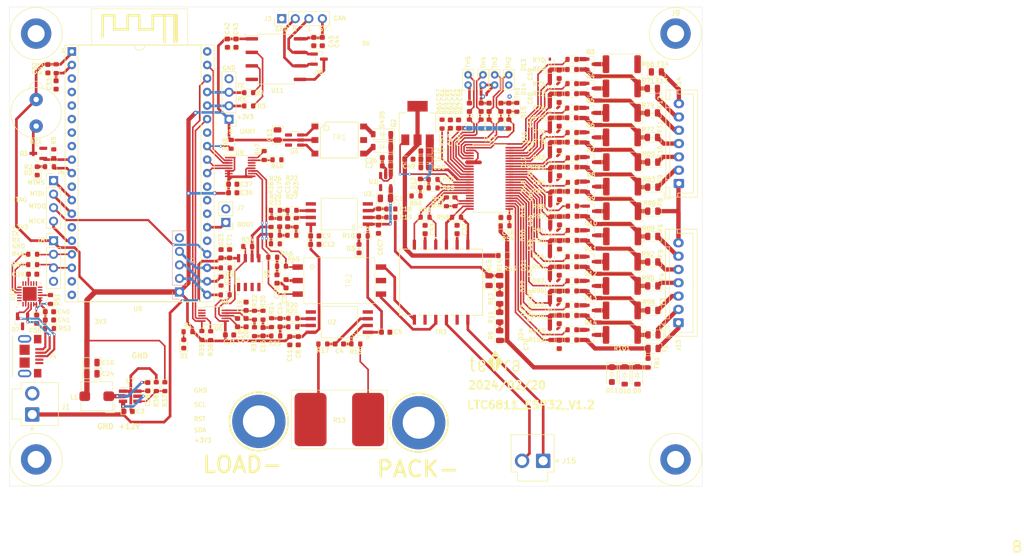
<source format=kicad_pcb>
(kicad_pcb (version 20221018) (generator pcbnew)
  (layers (0 "F.Cu" signal) (31 "B.Cu" signal) (34 "B.Paste" user) (35 "F.Paste" user) (36 "B.SilkS" user "B.Silkscreen") (37 "F.SilkS" user "F.Silkscreen") (38 "B.Mask" user) (39 "F.Mask" user) (44 "Edge.Cuts" user))
  (net 0 "")
  (net 1 "+3V3")
  (net 2 "/PowerMonitor/ISO+5V")
  (net 3 "Net-(D4-K)")
  (net 4 "GND")
  (net 5 "Net-(U2-VINP)")
  (net 6 "Net-(U2-VINN)")
  (net 7 "Net-(U3-VINP)")
  (net 8 "Net-(U3-VINN)")
  (net 9 "Net-(C14-Pad1)")
  (net 10 "Net-(C14-Pad2)")
  (net 11 "Net-(C15-Pad1)")
  (net 12 "Net-(C15-Pad2)")
  (net 13 "Net-(C16-Pad1)")
  (net 14 "Net-(C16-Pad2)")
  (net 15 "Net-(C17-Pad1)")
  (net 16 "Net-(C17-Pad2)")
  (net 17 "/LTC6811/Vref2")
  (net 18 "Net-(U6-Vin+)")
  (net 19 "Net-(U6-Vin-)")
  (net 20 "/LTC6811/Vreg")
  (net 21 "/LTC6811/T2")
  (net 22 "/LTC6811/T3")
  (net 23 "/LTC6811/T4")
  (net 24 "/LTC6811/T5")
  (net 25 "/LTC6811/T1")
  (net 26 "/LTC6811/cell1/C")
  (net 27 "/LTC6811/cell2/C")
  (net 28 "/USB/Vusb")
  (net 29 "/LTC6811/cell3/C")
  (net 30 "/CAN/5V_CAN")
  (net 31 "/CAN/CAN_GND")
  (net 32 "/LTC6811/cell4/C")
  (net 34 "Net-(C34-Pad1)")
  (net 35 "Net-(C35-Pad2)")
  (net 36 "/LTC6811/cell5/C")
  (net 37 "/LTC6811/cell6/C")
  (net 38 "/LTC6811/cell7/C")
  (net 39 "/LTC6811/cell8/C")
  (net 40 "/LTC6811/cell10/CM")
  (net 41 "/LTC6811/cell10/C")
  (net 42 "/LTC6811/cell11/C")
  (net 43 "/LTC6811/cell12/C")
  (net 44 "Net-(U10-VPP)")
  (net 45 "Net-(U12-Vref1)")
  (net 46 "Net-(U12-V+)")
  (net 47 "Net-(C49-Pad1)")
  (net 48 "Net-(C53-Pad1)")
  (net 49 "Net-(D3-A)")
  (net 50 "Net-(D12-K)")
  (net 52 "/MCU/CAN_TX")
  (net 53 "/PowerMonitor/VBAT_SENSE")
  (net 54 "/MCU/CAN_RX")
  (net 55 "/MCU/Boot")
  (net 56 "/MCU/NRST")
  (net 57 "Net-(Q10-G)")
  (net 58 "Net-(Q10-D)")
  (net 59 "Net-(R11-Pad1)")
  (net 60 "Net-(R11-Pad2)")
  (net 61 "Net-(R12-Pad2)")
  (net 62 "Net-(R14-Pad2)")
  (net 63 "Net-(D1-A)")
  (net 64 "Net-(U7-CB)")
  (net 65 "Net-(U2-VOUTN)")
  (net 66 "/BAT+")
  (net 67 "Net-(U2-VOUTP)")
  (net 68 "/LTC6811/cell12/C+")
  (net 69 "/LTC6811/cell11/C+")
  (net 70 "/LTC6811/cell10/C+")
  (net 71 "/LTC6811/cell10/C-")
  (net 72 "/LTC6811/cell8/C+")
  (net 73 "/LTC6811/cell7/C+")
  (net 74 "/LTC6811/cell6/C+")
  (net 75 "/LTC6811/cell5/C+")
  (net 76 "/LTC6811/cell4/C+")
  (net 77 "/LTC6811/cell3/C+")
  (net 78 "/LTC6811/cell2/C+")
  (net 79 "/LTC6811/cell1/C+")
  (net 80 "/USB/D-")
  (net 81 "/USB/D+")
  (net 82 "Net-(U3-VOUTN)")
  (net 83 "Net-(U3-VOUTP)")
  (net 84 "/MCU/MTMS")
  (net 85 "/MCU/MTDI")
  (net 86 "/MCU/MTCK")
  (net 87 "/MCU/MTDO")
  (net 88 "Net-(U9-ICMP)")
  (net 89 "Net-(U9-IP)")
  (net 90 "Net-(U9-IM)")
  (net 91 "/MCU/LED0")
  (net 92 "/MCU/BUZZER")
  (net 93 "Net-(U9-IBIAS)")
  (net 94 "Net-(U10-TXD)")
  (net 95 "Net-(U10-RXD)")
  (net 96 "Net-(U10-~{RST})")
  (net 97 "Net-(U12-ISOMD)")
  (net 98 "Net-(U12-WDT)")
  (net 99 "Net-(U12-DTEN)")
  (net 100 "Net-(U12-IBIAS)")
  (net 101 "Net-(U12-ICMP)")
  (net 102 "Net-(Q3-D)")
  (net 103 "Net-(Q3-G)")
  (net 104 "/MCU/MISO")
  (net 105 "Net-(Q4-D)")
  (net 106 "/MCU/OLED_SDA")
  (net 107 "/MCU/OLED_RST")
  (net 108 "Net-(Q4-G)")
  (net 109 "Net-(Q5-D)")
  (net 110 "/MCU/OLED_SCL")
  (net 111 "Net-(Q5-G)")
  (net 112 "Net-(Q6-D)")
  (net 113 "Net-(Q6-G)")
  (net 114 "/LTC6811/IPA")
  (net 115 "/LTC6811/IMA")
  (net 116 "Net-(Q11-D)")
  (net 117 "/LTC6811/cell1/S")
  (net 118 "Net-(Q11-G)")
  (net 119 "Net-(Q12-D)")
  (net 120 "/LTC6811/cell2/S")
  (net 121 "Net-(Q12-G)")
  (net 122 "Net-(Q13-D)")
  (net 123 "/LTC6811/cell3/S")
  (net 124 "Net-(Q13-G)")
  (net 125 "Net-(Q14-D)")
  (net 126 "/LTC6811/cell4/S")
  (net 127 "Net-(Q14-G)")
  (net 128 "Net-(Q7-D)")
  (net 129 "/LTC6811/cell5/S")
  (net 130 "Net-(Q7-G)")
  (net 131 "Net-(Q8-D)")
  (net 132 "/LTC6811/cell6/S")
  (net 133 "Net-(Q8-G)")
  (net 134 "Net-(Q9-D)")
  (net 135 "/LTC6811/cell7/S")
  (net 136 "Net-(Q9-G)")
  (net 137 "/LTC6811/cell8/S")
  (net 139 "/LTC6811/cell9/S")
  (net 140 "/LTC6811/cell10/S")
  (net 141 "/LTC6811/cell11/S")
  (net 144 "/LTC6811/cell12/S")
  (net 147 "/MCU/RX_USB")
  (net 149 "/MCU/TX_USB")
  (net 155 "/MCU/5V")
  (net 160 "/MCU/SS")
  (net 161 "/MCU/SCK")
  (net 162 "/MCU/MOSI")
  (net 163 "Net-(BZ1-+)")
  (net 164 "/MCU/SCL")
  (net 165 "/MCU/SDA")
  (net 166 "/LTC6811/C12")
  (net 167 "/LTC6811/C11")
  (net 168 "/LTC6811/C10")
  (net 169 "/LTC6811/C9")
  (net 170 "/LTC6811/C8")
  (net 171 "/LTC6811/C7")
  (net 172 "/LTC6811/C1_G")
  (net 173 "/LTC6811/C6")
  (net 174 "/LTC6811/C5")
  (net 175 "Net-(U4-D2)")
  (net 176 "Net-(U4-D1)")
  (net 177 "/LTC6811/C4")
  (net 178 "/LTC6811/C3")
  (net 179 "/LTC6811/C2")
  (net 180 "/LTC6811/C1")
  (net 181 "Net-(U5B--)")
  (net 182 "Net-(D4-A)")
  (net 183 "Net-(D5-A)")
  (net 184 "/MA")
  (net 185 "/CAN/CANL")
  (net 186 "/CAN/CANH")
  (net 187 "/CAN/CAN_TX")
  (net 188 "/CAN/CAN_RX")
  (net 189 "/LTC6811/DRIVE")
  (net 191 "/PA")
  (net 212 "Net-(U5B-+)")
  (net 215 "GND_PACK")
  (net 217 "Net-(C22-Pad1)")
  (net 218 "Net-(J15-Pin_2)")
  (net 219 "Net-(J15-Pin_1)")
  (net 220 "/LTC6811/IPB")
  (net 221 "/LTC6811/IMB")
  (net 223 "+12V")
  (net 224 "Net-(U7-SW)")
  (net 225 "Net-(U7-FB)")
  (net 226 "VDD")
  (net 227 "/PowerMonitor/BAT-")
  (net 228 "Net-(D2-A)")
  (footprint "Capacitor_SMD:C_0603_1608Metric" (layer "F.Cu") (at 141.1 92.3 90)
    (fp_text reference "C53")
    (fp_text value "100pF 100V")
  )
  (footprint "Resistor_SMD:R_0603_1608Metric" (layer "F.Cu") (at 121.9 113.8)
    (fp_text reference "R17")
    (fp_text value "1K")
  )
  (footprint "Resistor_SMD:R_0603_1608Metric" (layer "F.Cu") (at 168.675 113.05)
    (fp_text reference "R102")
    (fp_text value "100R")
  )
  (footprint "Resistor_SMD:R_2512_6332Metric" (layer "F.Cu") (at 178.025 102.9 180)
    (fp_text reference "R95")
    (fp_text value "36R 1W 2512")
  )
  (footprint "Resistor_SMD:R_0603_1608Metric" (layer "F.Cu") (at 110.9 78.4 -90)
    (fp_text reference "R47")
    (fp_text value "1.2K")
  )
  (footprint "LED_SMD:LED_0603_1608Metric" (layer "F.Cu") (at 128.7 95.9 90)
    (fp_text reference "D3")
    (fp_text value "LED Red")
  )
  (footprint "Package_TO_SOT_SMD:SOT-23" (layer "F.Cu") (at 172.225 93.4)
    (fp_text reference "Q10")
    (fp_text value "TSM2323")
  )
  (footprint "Capacitor_SMD:C_0603_1608Metric" (layer "F.Cu") (at 166.275 100.1 -90)
    (fp_text reference "C67")
    (fp_text value "100nF 100V")
  )
  (footprint "Package_TO_SOT_SMD:SOT-223" (layer "F.Cu") (at 139.68 72.3 90)
    (fp_text reference "Q2")
    (fp_text value "NSV1C201MZ4")
  )
  (footprint "Resistor_SMD:R_0805_2012Metric" (layer "F.Cu") (at 153.1 101.9 -90)
    (fp_text reference "R15")
    (fp_text value "1KΩ ±0.1% 250mW")
  )
  (footprint "Resistor_SMD:R_0603_1608Metric" (layer "F.Cu") (at 103.6 99.51)
    (fp_text reference "R8")
    (fp_text value "4.7K")
  )
  (footprint "Resistor_SMD:R_0603_1608Metric" (layer "F.Cu") (at 168.6 69.5)
    (fp_text reference "R76")
    (fp_text value "3.3K")
  )
  (footprint "Connector_USB:Micro_USB_B-2013499-1" (layer "F.Cu") (at 66.29045 116.1 -90)
    (fp_text reference "J4")
    (fp_text value "USB")
  )
  (footprint "Package_TO_SOT_SMD:SOT-23" (layer "F.Cu") (at 172.1625 75)
    (fp_text reference "Q6")
    (fp_text value "TSM2323")
  )
  (footprint "Resistor_SMD:R_0805_2012Metric" (layer "F.Cu") (at 155.1 101.875 90)
    (fp_text reference "R14")
    (fp_text value "470KΩ ±0.1% 250mW")
  )
  (footprint "Resistor_SMD:R_0603_1608Metric" (layer "F.Cu") (at 102.8 102 90)
    (fp_text reference "R7")
    (fp_text value "4.7K")
  )
  (footprint "Resistor_SMD:R_PSR500HTQFB0L10_Metric_Pad5.2x8.75mm_HandSolder" (layer "F.Cu") (at 125 128 180)
    (fp_text reference "R13")
    (fp_text value "0.1MR  1% 15W ")
  )
  (footprint "Resistor_SMD:R_0603_1608Metric" (layer "F.Cu") (at 168.675 106.55)
    (fp_text reference "R100")
    (fp_text value "3.3K")
  )
  (footprint "MountingHole:MountingHole_3.2mm_M3_ISO7380_Pad" (layer "F.Cu") (at 188.1 55.5)
    (fp_text reference "J9")
    (fp_text value "Hole /NC")
  )
  (footprint "Connector_JST:JST_XH_B7B-XH-A_1x07_P2.50mm_Vertical_BAT_6S" (layer "F.Cu") (at 188.725 83.6625 90)
    (fp_text reference "J14")
    (fp_text value "B7B-XH-A")
  )
  (footprint "Resistor_SMD:R_0603_1608Metric" (layer "F.Cu") (at 168.675 103.85)
    (fp_text reference "R96")
    (fp_text value "100R")
  )
  (footprint "Fuse:Fuse_0805_2012Metric" (layer "F.Cu") (at 183.825 93.6 180)
    (fp_text reference "F6")
    (fp_text value "MPZ2012S102ATD25")
  )
  (footprint "Fuse:Fuse_0805_2012Metric" (layer "F.Cu") (at 183.825 107.5 180)
    (fp_text reference "F3")
    (fp_text value "MPZ2012S102ATD25")
  )
  (footprint "Capacitor_SMD:C_0603_1608Metric" (layer "F.Cu") (at 107.5 106.725 -90)
    (fp_text reference "C19")
    (fp_text value "100nF 100V")
  )
  (footprint "Capacitor_SMD:C_0603_1608Metric" (layer "F.Cu") (at 110.675 111.5 -90)
    (fp_text reference "C16")
    (fp_text value "220pF 50V")
  )
  (footprint "Capacitor_SMD:C_0603_1608Metric" (layer "F.Cu") (at 120.4 95.1)
    (fp_text reference "C12")
    (fp_text value "2.2uF 16V")
  )
  (footprint "Resistor_SMD:R_0603_1608Metric" (layer "F.Cu") (at 168.675 108.45)
    (fp_text reference "R99")
    (fp_text value "100R")
  )
  (footprint "Capacitor_SMD:C_0805_2012Metric" (layer "F.Cu") (at 113.4 74.55 90)
    (fp_text reference "C13")
    (fp_text value "10uF 25V")
  )
  (footprint "Connector_PinHeader_2.54mm:PinHeader_1x04_P2.54mm_Vertical" (layer "F.Cu") (at 114.2 52.7 90)
    (fp_text reference "J3")
    (fp_text value "CAN /NC")
  )
  (footprint "Diode_SMD:D_SOD-323" (layer "F.Cu") (at 164.525 79.7 90)
    (fp_text reference "D17")
    (fp_text value "PDZ7.5B")
  )
  (footprint "Diode_SMD:D_SOD-323" (layer "F.Cu") (at 164.5125 61.35 90)
    (fp_text reference "D13")
    (fp_text value "PDZ7.5B")
  )
  (footprint "Resistor_SMD:R_0603_1608Metric" (layer "F.Cu") (at 168.65 60.35)
    (fp_text reference "R70")
    (fp_text value "3.3K")
  )
  (footprint "Capacitor_SMD:C_0603_1608Metric" (layer "F.Cu") (at 166.275 76.7 -90)
    (fp_text reference "C62")
    (fp_text value "100nF 100V")
  )
  (footprint "Connector_PinHeader_2.54mm:PinHeader_1x04_P2.54mm_Vertical" (layer "F.Cu") (at 71.37 94.42)
    (fp_text reference "J8")
    (fp_text value "SERIAL /NC")
  )
  (footprint "Resistor_SMD:R_0603_1608Metric" (layer "F.Cu") (at 153.1125 72.498553 -90)
    (fp_text reference "R63")
    (fp_text value "100K")
  )
  (footprint "Resistor_SMD:R_0603_1608Metric" (layer "F.Cu") (at 116.1 93.4 180)
    (fp_text reference "R27")
    (fp_text value "1K")
  )
  (footprint "Resistor_SMD:R_2512_6332Metric" (layer "F.Cu") (at 178.025 98.35 180)
    (fp_text reference "R92")
    (fp_text value "36R 1W 2512")
  )
  (footprint "Package_TO_SOT_SMD:SOT-23" (layer "F.Cu") (at 172.15 65.8)
    (fp_text reference "Q4")
    (fp_text value "TSM2323")
  )
  (footprint "MountingHole:MountingHole_3.2mm_M3_ISO7380_Pad" (layer "F.Cu") (at 68.1 135.5 90)
    (fp_text reference "J12" hide)
    (fp_text value "Hole /NC")
  )
  (footprint "Capacitor_SMD:C_0603_1608Metric" (layer "F.Cu") (at 115.3 91 -90)
    (fp_text reference "C15")
    (fp_text value "2.2nF 16V")
  )
  (footprint "Capacitor_SMD:C_0603_1608Metric" (layer "F.Cu") (at 166.2625 72.1 -90)
    (fp_text reference "C61")
    (fp_text value "100nF 100V")
  )
  (footprint "PCM_4ms_Package_SOIC:SOIC-8_3.9x4.9mm_Pitch1.27mm" (layer "F.Cu") (at 108 100.4 90)
    (fp_text reference "U5")
    (fp_text value "OPA2197IDR" hide)
  )
  (footprint "Resistor_SMD:R_0603_1608Metric" (layer "F.Cu") (at 141.1 90 180)
    (fp_text reference "R61")
    (fp_text value "100R")
  )
  (footprint "Resistor_SMD:R_0603_1608Metric" (layer "F.Cu") (at 145.1 87.1 90)
    (fp_text reference "R60")
    (fp_text value "806R")
  )
  (footprint "Resistor_SMD:R_0603_1608Metric" (layer "F.Cu") (at 114.15 99.2)
    (fp_text reference "R45")
    (fp_text value "51R")
  )
  (footprint "Resistor_THT:R_Axial_DIN0204_L3.6mm_D1.6mm_P1.90mm_Vertical" (layer "F.Cu") (at 156.7925 63.263553 -90)
    (fp_text reference "TH2")
    (fp_text value "100K NTC")
  )
  (footprint "Resistor_SMD:R_0603_1608Metric" (layer "F.Cu") (at 108 66.6)
    (fp_text reference "R4")
    (fp_text value "0")
  )
  (footprint "Capacitor_SMD:C_0603_1608Metric" (layer "F.Cu") (at 132.375 89.2 90)
    (fp_text reference "C7")
    (fp_text value "330pF 100V")
  )
  (footprint "Diode_SMD:D_SOD-323" (layer "F.Cu") (at 164.575 93.4 90)
    (fp_text reference "D20")
    (fp_text value "PDZ7.5B")
  )
  (footprint "Diode_SMD:D_SOD-323" (layer "F.Cu") (at 164.525 98.4 90)
    (fp_text reference "D21")
    (fp_text value "PDZ7.5B")
  )
  (footprint "Connector_PinHeader_2.54mm:PinHeader_1x02_P2.54mm_Vertical" (layer "F.Cu") (at 103.7 90.975 180)
    (fp_text reference "J7")
    (fp_text value "Boot Option /NC")
  )
  (footprint "Resistor_SMD:R_0603_1608Metric" (layer "F.Cu") (at 113 88.7 180)
    (fp_text reference "R26")
    (fp_text value "1K")
  )
  (footprint "Resistor_SMD:R_0603_1608Metric" (layer "F.Cu") (at 116.1 88.7)
    (fp_text reference "R22")
    (fp_text value "100R")
  )
  (footprint "Resistor_SMD:R_0603_1608Metric" (layer "F.Cu") (at 151.6125 72.498553 -90)
    (fp_text reference "R64")
    (fp_text value "100K")
  )
  (footprint "Resistor_SMD:R_0603_1608Metric" (layer "F.Cu") (at 108 69.1)
    (fp_text reference "R3")
    (fp_text value "0")
  )
  (footprint "Capacitor_SMD:C_0603_1608Metric" (layer "F.Cu") (at 71.85 65.15 90)
    (fp_text reference "C33")
    (fp_text value "100nF 50V")
  )
  (footprint "Resistor_SMD:R_0603_1608Metric" (layer "F.Cu") (at 116.275 110.58)
    (fp_text reference "R21")
    (fp_text value "100R")
  )
  (footprint "Capacitor_SMD:C_0603_1608Metric" (layer "F.Cu") (at 125 113.8 180)
    (fp_text reference "C4")
    (fp_text value "330pF 100V")
  )
  (footprint "Battery:Battery_6mm×10mm_Cell_half_2" (layer "F.Cu") (at 139.9 128.6 180)
    (fp_text reference "BAT1" hide)
    (fp_text value "BAT-")
  )
  (footprint "Package_TO_SOT_SMD:SOT-23" (layer "F.Cu") (at 121.1625 60.3)
    (fp_text reference "D8")
    (fp_text value "ESD24VS2U")
  )
  (footprint "Capacitor_SMD:C_0603_1608Metric" (layer "F.Cu") (at 149.4225 69.348553 90)
    (fp_text reference "C57")
    (fp_text value "100nF 100V")
  )
  (footprint "Resistor_SMD:R_0603_1608Metric" (layer "F.Cu") (at 67.45 98.9)
    (fp_text reference "R50")
    (fp_text value "240R")
  )
  (footprint "Resistor_SMD:R_0603_1608Metric" (layer "F.Cu") (at 156.1 91.6)
    (fp_text reference "R54")
    (fp_text value "100R")
  )
  (footprint "Capacitor_SMD:C_0603_1608Metric" (layer "F.Cu") (at 141.08 80.65 180)
    (fp_text reference "C50")
    (fp_text value "1uF 25V")
  )
  (footprint "Capacitor_SMD:C_0603_1608Metric" (layer "F.Cu") (at 166.325 90.65 -90)
    (fp_text reference "C65")
    (fp_text value "100nF 100V")
  )
  (footprint "Transformer_SMD:HM2102NL_PUL" (layer "F.Cu") (at 144.1 102.2 90)
    (fp_text reference "TR3")
    (fp_text value "HM2102NL")
  )
  (footprint "Fuse:Fuse_0805_2012Metric" (layer "F.Cu") (at 183.8875 114.65 180)
    (fp_text reference "F1")
    (fp_text value "MPZ2012S102ATD25")
  )
  (footprint "Capacitor_SMD:C_0603_1608Metric" (layer "F.Cu") (at 141.08 77.55 180)
    (fp_text reference "C52")
    (fp_text value "1uF 25V")
  )
  (footprint "Resistor_SMD:R_0805_2012Metric" (layer "F.Cu") (at 155.1 105.325 90)
    (fp_text reference "R12")
    (fp_text value "470KΩ ±0.1% 250mW")
  )
  (footprint "Resistor_SMD:R_0603_1608Metric" (layer "F.Cu") (at 70.8 105.45 90)
    (fp_text reference "R51")
    (fp_text value "10K")
  )
  (footprint "Resistor_SMD:R_0603_1608Metric" (layer "F.Cu") (at 168.725 94.35)
    (fp_text reference "R90")
    (fp_text value "100R")
  )
  (footprint "Package_SO:MSOP-16_3x4mm_P0.5mm" (layer "F.Cu") (at 106.4 80.55)
    (fp_text reference "U9")
    (fp_text value "LTC6820")
  )
  (footprint "Resistor_SMD:R_0603_1608Metric" (layer "F.Cu") (at 168.675 97.4)
    (fp_text reference "R94")
    (fp_text value "3.3K")
  )
  (footprint "Diode_SMD:D_SOD-123" (layer "F.Cu") (at 133 74.4 180)
    (fp_text reference "D5")
    (fp_text value "MBR0520")
  )
  (footprint "Resistor_SMD:R_2512_6332Metric" (layer "F.Cu") (at 178.025 70.4 180)
    (fp_text reference "R74")
    (fp_text value "36R 1W 2512")
  )
  (footprint "Diode_SMD:D_SOD-323" (layer "F.Cu") (at 164.575 84.25 90)
    (fp_text reference "D18")
    (fp_text value "PDZ7.5B")
  )
  (footprint "Resistor_SMD:R_0603_1608Metric" (layer "F.Cu") (at 168.6625 75.9)
    (fp_text reference "R78")
    (fp_text value "100R")
  )
  (footprint "Capacitor_SMD:C_0603_1608Metric" (layer "F.Cu") (at 166.275 109.2 -90)
    (fp_text reference "C69")
    (fp_text value "100nF 100V")
  )
  (footprint "Capacitor_SMD:C_0603_1608Metric" (layer "F.Cu") (at 145.845 72.501053 90)
    (fp_text reference "C47")
    (fp_text value "1uF 25V")
  )
  (footprint "Resistor_SMD:R_0603_1608Metric" (layer "F.Cu") (at 142.6 84.5 180)
    (fp_text reference "R55")
    (fp_text value "0")
  )
  (footprint "Resistor_SMD:R_0603_1608Metric" (layer "F.Cu") (at 168.7375 87.9125)
    (fp_text reference "R88")
    (fp_text value "3.3K")
  )
  (footprint "Fuse:Fuse_0805_2012Metric" (layer "F.Cu") (at 183.825 98.4 180)
    (fp_text reference "F5")
    (fp_text value "MPZ2012S102ATD25")
  )
  (footprint "Diode_SMD:D_SOD-323" (layer "F.Cu") (at 164.5125 65.9 90)
    (fp_text reference "D14")
    (fp_text value "PDZ7.5B")
  )
  (footprint "Connector_JST:JST_VH_B2P-VH-B_1x02_P3.96mm_Vertical" (layer "F.Cu") (at 163.2575 135.75 180)
    (fp_text reference "J15")
    (fp_text value "PB MB")
  )
  (footprint "Resistor_SMD:R_2512_6332Metric" (layer "F.Cu") (at 178.075 79.65 180)
    (fp_text reference "R80")
    (fp_text value "36R 1W 2512")
  )
  (footprint "Resistor_SMD:R_0603_1608Metric" (layer "F.Cu") (at 168.725 85.15)
    (fp_text reference "R84")
    (fp_text value "100R")
  )
  (footprint "Diode_SMD:D_SOD-123" (layer "F.Cu") (at 180.95 119.7 -90)
    (fp_text reference "D9")
    (fp_text value "1N4148W")
  )
  (footprint "Resistor_SMD:R_0603_1608Metric" (layer "F.Cu") (at 110.675 108.4 -90)
    (fp_text reference "R30")
    (fp_text value "3.3K")
  )
  (footprint "Capacitor_SMD:C_0603_1608Metric" (layer "F.Cu") (at 133.85 80.35 180)
    (fp_text reference "C2")
    (fp_text value "100nF 100V")
  )
  (footprint "Resistor_SMD:R_0603_1608Metric" (layer "F.Cu") (at 70.6 80.5)
    (fp_text reference "R2")
    (fp_text value "470R")
  )
  (footprint "Package_TO_SOT_SMD:SOT-23" (layer "F.Cu") (at 172.2 79.65)
    (fp_text reference "Q7")
    (fp_text value "TSM2323")
  )
  (footprint "Resistor_SMD:R_0603_1608Metric" (layer "F.Cu") (at 168.7125 78.85)
    (fp_text reference "R82")
    (fp_text value "3.3K")
  )
  (footprint "Resistor_SMD:R_0603_1608Metric" (layer "F.Cu") (at 99.2 112.2 90)
    (fp_text reference "R35")
    (fp_text value "4.7K")
  )
  (footprint "Package_SO:SOP-8_6.62x9.15mm_P2.54mm" (layer "F.Cu") (at 113.1 60.3)
    (fp_text reference "U11")
    (fp_text value "ISO1050DUBR")
  )
  (footprint "Resistor_SMD:R_0603_1608Metric" (layer "F.Cu") (at 168.725 83.45)
    (fp_text reference "R85")
    (fp_text value "3.3K")
  )
  (footprint "Package_DFN_QFN:HVQFN-24-1EP_4x4mm_P0.5mm_EP2.6x2.6mm" (layer "F.Cu") (at 66.9 104.4 90)
    (fp_text reference "U10")
    (fp_text value "CP2104")
  )
  (footprint "Resistor_SMD:R_0603_1608Metric" (layer "F.Cu") (at 112.2 91 -90)
    (fp_text reference "R28")
    (fp_text value "5.6K")
  )
  (footprint "Package_TO_SOT_SMD:SOT-23" (layer "F.Cu") (at 65.55 109.55 -90)
    (fp_text reference "D7")
    (fp_text value "ESD24VS2U")
  )
  (footprint "Package_TO_SOT_SMD:SOT-23" (layer "F.Cu") (at 172.225 84.25)
    (fp_text reference "Q8")
    (fp_text value "TSM2323")
  )
  (footprint "Resistor_SMD:R_0603_1608Metric" (layer "F.Cu") (at 146.7 87.1 -90)
    (fp_text reference "R59")
    (fp_text value "1.2K")
  )
  (footprint "Resistor_SMD:R_0603_1608Metric" (layer "F.Cu") (at 104.7 76.3 -90)
    (fp_text reference "R48")
    (fp_text value "2K")
  )
  (footprint "Resistor_SMD:R_0603_1608Metric" (layer "F.Cu") (at 71.4 78.075 -90)
    (fp_text reference "R5")
    (fp_text value "1.5K")
  )
  (footprint "Resistor_SMD:R_0603_1608Metric" (layer "F.Cu") (at 168.6625 74.1)
    (fp_text reference "R79")
    (fp_text value "3.3K")
  )
  (footprint "Fuse:Fuse_0805_2012Metric" (layer "F.Cu") (at 183.775 75 180)
    (fp_text reference "F11")
    (fp_text value "MPZ2012S102ATD25")
  )
  (footprint "Resistor_SMD:R_0603_1608Metric" (layer "F.Cu") (at 142.6 82.9 180)
    (fp_text reference "R56")
    (fp_text value "1M")
  )
  (footprint "Resistor_SMD:R_0603_1608Metric" (layer "F.Cu") (at 155.7 97.2 180)
    (fp_text reference "R53")
    (fp_text value "100R")
  )
  (footprint "MountingHole:MountingHole_3.2mm_M3_ISO7380_Pad" (layer "F.Cu") (at 188.1 135.5)
    (fp_text reference "J10" hide)
    (fp_text value "Hole /NC")
  )
  (footprint "Package_SO:SSO-8_6.8x5.9mm_P1.27mm_Clearance8mm" (layer "F.Cu") (at 125 89.4 180)
    (fp_text reference "U3")
    (fp_text value "AMC1301")
  )
  (footprint "Capacitor_SMD:C_0603_1608Metric" (layer "F.Cu") (at 153.1125 69.348553 90)
    (fp_text reference "C55")
    (fp_text value "100nF 100V")
  )
  (footprint "Package_TO_SOT_SMD:SOT-23" (layer "F.Cu") (at 172.1 70.4)
    (fp_text reference "Q5")
    (fp_text value "TSM2323")
  )
  (footprint "Resistor_SMD:R_2512_6332Metric" (layer "F.Cu") (at 178.0125 61.25 180)
    (fp_text reference "R68")
    (fp_text value "36R 1W 2512")
  )
  (footprint "Connector_PinHeader_2.54mm:PinHeader_1x04_P2.54mm_Vertical" (layer "F.Cu") (at 71.37 83.12)
    (fp_text reference "J6")
    (fp_text value "JTAG /NC" hide)
  )
  (footprint "Capacitor_SMD:C_0805_2012Metric" (layer "F.Cu") (at 78.57625 119.4)
    (fp_text reference "C24")
    (fp_text value "10uF/16V")
  )
  (footprint "Capacitor_SMD:C_0603_1608Metric" (layer "F.Cu") (at 105.6 57.3 -90)
    (fp_text reference "C43")
    (fp_text value "100nF 100V")
  )
  (footprint "Package_TO_SOT_SMD:SOT-23" (layer "F.Cu") (at 172.225 88.8625)
    (fp_text reference "Q9")
    (fp_text value "TSM2323")
  )
  (footprint "Package_TO_SOT_SMD:SOT-23-5" (layer "F.Cu") (at 116.6 75.5 180)
    (fp_text reference "U4")
    (fp_text value "SN6501DBV")
  )
  (footprint "Resistor_SMD:R_0603_1608Metric" (layer "F.Cu") (at 113.075 112.3 180)
    (fp_text reference "R25")
    (fp_text value "1K")
  )
  (footprint "Resistor_THT:R_Axial_DIN0204_L3.6mm_D1.6mm_P1.90mm_Vertical" (layer "F.Cu") (at 151.9625 63.253553 -90)
    (fp_text reference "TH4")
    (fp_text value "100K NTC")
  )
  (footprint "Capacitor_SMD:C_0603_1608Metric" (layer "F.Cu") (at 70.6 107.75)
    (fp_text reference "C40")
    (fp_text value "100nF 100V")
  )
  (footprint "Package_TO_SOT_SMD:SOT-23-5" (layer "F.Cu") (at 133.7 83.3 -90)
    (fp_text reference "U1")
    (fp_text value "TPS76350")
  )
  (footprint "Resistor_SMD:R_0603_1608Metric" (layer "F.Cu") (at 134.675 90 180)
    (fp_text reference "R19")
    (fp_text value "10R")
  )
  (footprint "Connector_PinHeader_2.54mm:PinHeader_1x04_P2.54mm_Vertical" (layer "F.Cu") (at 104.3 71.6 180)
    (fp_text reference "J5")
    (fp_text value "UART /NC")
  )
  (footprint "Capacitor_SMD:C_0603_1608Metric" (layer "F.Cu") (at 105.9 109.8 90)
    (fp_text reference "C18")
    (fp_text value "100nF 100V")
  )
  (footprint "Fuse:Fuse_0805_2012Metric" (layer "F.Cu") (at 184.5 62.7 180)
    (fp_text reference "F14")
    (fp_text value "MPZ2012S102ATD25")
  )
  (footprint "RF_Module:ESP32-DevKitc V4_DIP-38_27.9mm×48.2mm" (layer "F.Cu") (at 73.53 105.85)
    (fp_text reference "U8")
    (fp_text value "ESP32-DevKitC V4" hide)
  )
  (footprint "Capacitor_SMD:C_0603_1608Metric" (layer "F.Cu") (at 67.45 100.7)
    (fp_text reference "C39")
    (fp_text value "4.7uF 16V")
  )
  (footprint "Diode_SMD:D_SOD-323" (layer "F.Cu") (at 164.525 102.95 90)
    (fp_text reference "D22")
    (fp_text value "PDZ7.5B")
  )
  (footprint "Diode_SMD:D_SOD-323" (layer "F.Cu") (at 164.525 112 90)
    (fp_text reference "D24")
    (fp_text value "PDZ7.5B")
  )
  (footprint "Resistor_SMD:R_0603_1608Metric" (layer "F.Cu") (at 168.7375 89.8125)
    (fp_text reference "R87")
    (fp_text value "100R")
  )
  (footprint "Connector_JST:JST_VH_B2P-VH-B_1x02_P3.96mm_Vertical" (layer "F.Cu") (at 67.38 127.0575 90)
    (fp_text reference "J1")
    (fp_text value "PB MB")
  )
  (footprint "Capacitor_SMD:C_0603_1608Metric" (layer "F.Cu") (at 113.8 91 -90)
    (fp_text reference "C17")
    (fp_text value "220pF 50V")
  )
  (footprint "Capacitor_SMD:C_0603_1608Metric" (layer "F.Cu") (at 70.3 62.1 90)
    (fp_text reference "C32")
    (fp_text value "100nF 50V")
  )
  (footprint "Resistor_SMD:R_0603_1608Metric" (layer "F.Cu") (at 71.85 62.1 -90)
    (fp_text reference "R43")
    (fp_text value "10K")
  )
  (footprint "Resistor_SMD:R_0603_1608Metric" (layer "F.Cu") (at 134.675 88.45)
    (fp_text reference "R18")
    (fp_text value "1K")
  )
  (footprint "Diode_SMD:D_SOD-323" (layer "F.Cu") (at 164.525 74.95 90)
    (fp_text reference "D16")
    (fp_text value "PDZ7.5B")
  )
  (footprint "Diode_SMD:D_SOD-323" (layer "F.Cu") (at 164.5125 70.2875 90)
    (fp_text reference "D15")
    (fp_text value "PDZ7.5B")
  )
  (footprint "Capacitor_SMD:C_0603_1608Metric" (layer "F.Cu") (at 166.325 95.2 -90)
    (fp_text reference "C66")
    (fp_text value "100nF 100V")
  )
  (footprint "Resistor_SMD:R_0603_1608Metric" (layer "F.Cu") (at 90.65375 121.83 90)
    (fp_text reference "R38")
    (fp_text value "22.1K")
  )
  (footprint "Fuse:Fuse_0805_2012Metric" (layer "F.Cu") (at 183.825 88.8625 180)
    (fp_text reference "F8")
    (fp_text value "MPZ2012S102ATD25")
  )
  (footprint "Capacitor_SMD:C_0603_1608Metric" (layer "F.Cu") (at 166.275 113.9 -90)
    (fp_text reference "C70")
    (fp_text value "100nF 100V")
  )
  (footprint "Resistor_SMD:R_2512_6332Metric" (layer "F.Cu") (at 178.025 75 180)
    (fp_text reference "R77")
    (fp_text value "36R 1W 2512")
  )
  (footprint "Package_TO_SOT_SMD:SOT-23" (layer "F.Cu") (at 172.175 102.9)
    (fp_text reference "Q12")
    (fp_text value "TSM2323")
  )
  (footprint "Fuse:Fuse_0805_2012Metric" (layer "F.Cu") (at 183.7625 65.8 180)
    (fp_text reference "F13")
    (fp_text value "MPZ2012S102ATD25")
  )
  (footprint "Resistor_SMD:R_0603_1608Metric" (layer "F.Cu") (at 155.3125 72.498553 -90)
    (fp_text reference "R62")
    (fp_text value "100K")
  )
  (footprint "Symbol:teTra-LOGO" (layer "F.Cu") (at 154.25 117.07)
    (fp_text reference "LOGO1" hide)
    (fp_text value "teTra /NC" hide)
  )
  (footprint "Resistor_SMD:R_0603_1608Metric" (layer "F.Cu") (at 67.45 96.95)
    (fp_text reference "R49")
    (fp_text value "240R")
  )
  (footprint "MountingHole:MountingHole_3.2mm_M3_ISO7380_Pad" (layer "F.Cu") (at 68.1 55.5 90)
    (fp_text reference "J11" hide)
    (fp_text value "Hole /NC")
  )
  (footprint "Resistor_SMD:R_0603_1608Metric" (layer "F.Cu") (at 112.275 109.8 -90)
    (fp_text reference "R24")
    (fp_text value "1K")
  )
  (footprint "Resistor_SMD:R_2512_6332Metric" (layer "F.Cu") (at 178.075 84.25 180)
    (fp_text reference "R83")
    (fp_text value "36R 1W 2512")
  )
  (footprint "Capacitor_SMD:C_0603_1608Metric" (layer "F.Cu") (at 166.275 104.7 -90)
    (fp_text reference "C68")
    (fp_text value "100nF 100V")
  )
  (footprint "Transformer_SMD:HM2108NL" (layer "F.Cu") (at 125 101.9 -90)
    (fp_text reference "TR2")
    (fp_text value "HM2108NL")
  )
  (footprint "Connector_Wuerth:WURTH-760390015" (layer "F.Cu") (at 125 75.5)
    (fp_text reference "TR1")
    (fp_text value "Converters")
  )
  (footprint "Resistor_SMD:R_0603_1608Metric" (layer "F.Cu") (at 158.3125 69.348553 90)
    (fp_text reference "TH1")
    (fp_text value "100K NTC")
  )
  (footprint "Connector_JST:JST_XH_B7B-XH-A_1x07_P2.50mm_Vertical_BAT_6S" (layer "F.Cu") (at 188.65 109.8125 90)
    (fp_text reference "J13")
    (fp_text value "B7B-XH-A")
  )
  (footprint "Resistor_SMD:R_0603_1608Metric" (layer "F.Cu") (at 168.675 99.3)
    (fp_text reference "R93")
    (fp_text value "100R")
  )
  (footprint "Package_TO_SOT_SMD:SOT-23" (layer "F.Cu") (at 172.15 61.25)
    (fp_text reference "Q3")
    (fp_text value "TSM2323")
  )
  (footprint "Resistor_THT:R_Axial_DIN0204_L3.6mm_D1.6mm_P1.90mm_Vertical" (layer "F.Cu") (at 149.1625 63.253553 -90)
    (fp_text reference "TH5")
    (fp_text value "100K NTC")
  )
  (footprint "Resistor_SMD:R_0603_1608Metric" (layer "F.Cu") (at 116.9 91 90)
    (fp_text reference "R23")
    (fp_text value "100R")
  )
  (footprint "Capacitor_SMD:C_0603_1608Metric" (layer "F.Cu") (at 133.85 78.8 180)
    (fp_text reference "C26")
    (fp_text value "4.7uF/16V")
  )
  (footprint "Resistor_SMD:R_0603_1608Metric" (layer "F.Cu") (at 168.65 66.8)
    (fp_text reference "R72")
    (fp_text value "100R")
  )
  (footprint "Capacitor_SMD:C_0603_1608Metric" (layer "F.Cu") (at 132.35 92.25 -90)
    (fp_text reference "C6")
    (fp_text value "100nF 100V")
  )
  (footprint "Capacitor_SMD:C_0805_2012Metric" (layer "F.Cu") (at 78.57625 117.3)
    (fp_text reference "C10")
    (fp_text value "10uF/16V")
  )
  (footprint "Package_TO_SOT_SMD:SOT-23" (layer "F.Cu") (at 68.5 78 180)
    (fp_text reference "Q1")
    (fp_text value "BSS138")
  )
  (footprint "Capacitor_SMD:C_0603_1608Metric" (layer "F.Cu") (at 113.875 109.8 -90)
    (fp_text reference "C14")
    (fp_text value "2.2nF 16V")
  )
  (footprint "Diode_SMD:D_SOD-123F" (layer "F.Cu") (at 176.15 119.55 -90)
    (fp_text reference "D11")
    (fp_text value "BZT52H-C62")
  )
  (footprint "Capacitor_SMD:C_0603_1608Metric" (layer "F.Cu") (at 115 102.5 -90)
    (fp_text reference "C34")
    (fp_text value "10nF 100V")
  )
  (footprint "Capacitor_SMD:C_0603_1608Metric" (layer "F.Cu") (at 133.7 111.6)
    (fp_text reference "C5")
    (fp_text value "100nF 100V")
  )
  (footprint "Capacitor_SMD:C_0603_1608Metric" (layer "F.Cu") (at 113.3 101.6 90)
    (fp_text reference "C35")
    (fp_text value "10nF 100V")
  )
  (footprint "Resistor_SMD:R_0603_1608Metric" (layer "F.Cu") (at 100.85 112.25 90)
    (fp_text reference "R36")
    (fp_text value "4.7K")
  )
  (footprint "Resistor_SMD:R_2512_6332Metric" (layer "F.Cu") (at 178.025 112.1 180)
    (fp_text reference "R101")
    (fp_text value "36R 1W 2512")
  )
  (footprint "LED_SMD:LED_0603_1608Metric" (layer "F.Cu") (at 95.8 113.8 90)
    (fp_text reference "D1")
    (fp_text value "LED Red")
  )
  (footprint "LED_SMD:LED_0603_1608Metric" (layer "F.Cu") (at 68.3 81.3 90)
    (fp_text reference "D2")
    (fp_text value "LED Red")
  )
  (footprint "Resistor_SMD:R_0603_1608Metric" (layer "F.Cu") (at 168.7 80.6)
    (fp_text reference "R81")
    (fp_text value "100R")
  )
  (footprint "Capacitor_SMD:C_0603_1608Metric" (layer "F.Cu") (at 70.6 109.3)
    (fp_text reference "C41")
    (fp_text value "2.2uF 16V")
  )
  (footprint "Resistor_SMD:R_0603_1608Metric" (layer "F.Cu") (at 103.59 104.58)
    (fp_text reference "R6")
    (fp_text value "4.7K")
  )
  (footprint "Capacitor_SMD:C_0603_1608Metric" (layer "F.Cu") (at 166.2625 67.65 -90)
    (fp_text reference "C60")
    (fp_text value "100nF 100V")
  )
  (footprint "Resistor_SMD:R_0603_1608Metric" (layer "F.Cu") (at 168.725 92.45)
    (fp_text reference "R91")
    (fp_text value "3.3K")
  )
  (footprint "Resistor_SMD:R_0603_1608Metric" (layer "F.Cu") (at 156.8125 72.498553 90)
    (fp_text reference "R67")
    (fp_text value "100K")
  )
  (footprint "Resistor_SMD:R_0603_1608Metric" (layer "F.Cu") (at 144.285 72.501053 90)
    (fp_text reference "R57")
    (fp_text value "0")
  )
  (footprint "Resistor_SMD:R_0603_1608Metric" (layer "F.Cu") (at 96.6 111.5)
    (fp_text reference "R1")
    (fp_text value "470R")
  )
  (footprint "Capacitor_SMD:C_0603_1608Metric" (layer "F.Cu") (at 156.8125 69.348553 90)
    (fp_text reference "C58")
    (fp_text value "100nF 100V")
  )
  (footprint "Buzzer_Beeper:Beeper_AI-1027-TWT-5V" (layer "F.Cu") (at 68.11 70.394173)
    (fp_text reference "BZ1")
    (fp_text value "AI-1027-TWT-5V")
  )
  (footprint "Capacitor_SMD:C_0805_2012Metric" (layer "F.Cu") (at 133.65 86.45 180)
    (fp_text reference "C1")
    (fp_text value "10uF 25V")
  )
  (footprint "Resistor_SMD:R_0805_2012Metric" (layer "F.Cu") (at 155.1 112.225 90)
    (fp_text reference "R9")
    (fp_text value "470KΩ ±0.1% 250mW")
  )
  (footprint "Fuse:Fuse_0805_2012Metric" (layer "F.Cu") (at 183.7625 70.4 180)
    (fp_text reference "F12")
    (fp_text value "MPZ2012S102ATD25")
  )
  (footprint "Inductor_SMD:L_Bourns_SRP5030T" (layer "F.Cu") (at 79.47625 123.62 180)
    (fp_text reference "L1")
    (fp_text value "3.3uH")
  )
  (footprint "Resistor_SMD:R_0603_1608Metric" (layer "F.Cu") (at 70.6 110.9)
    (fp_text reference "R52")
    (fp_text value "10K")
  )
  (footprint "Resistor_SMD:R_0603_1608Metric" (layer "F.Cu") (at 107.8 95.5 180)
    (fp_text reference "R34")
    (fp_text value "33K")
  )
  (footprint "Resistor_SMD:R_0603_1608Metric" (layer "F.Cu") (at 109.075 108.4 -90)
    (fp_text reference "R32")
    (fp_text value "1K")
  )
  (footprint "Diode_SMD:D_SOD-123" (layer "F.Cu") (at 133 76.8 180)
    (fp_text reference "D4")
    (fp_text value "MBR0520")
  )
  (footprint "Capacitor_SMD:C_0603_1608Metric" (layer "F.Cu") (at 104 57.3 -90)
    (fp_text reference "C42")
    (fp_text value "1uF 25V")
  )
  (footprint "Capacitor_SMD:C_0603_1608Metric" (layer "F.Cu") (at 68.2 109.15 -90)
    (fp_text reference "C38")
    (fp_text value "2.2uF 16V")
  )
  (footprint "Capacitor_SMD:C_0603_1608Metric" (layer "F.Cu") (at 120.2 57 90)
    (fp_text reference "C45")
    (fp_text value "100nF 50V")
  )
  (footprint "Package_TO_SOT_SMD:SOT-23" (layer "F.Cu") (at 172.175 107.5)
    (fp_text reference "Q13")
    (fp_text value "TSM2323")
  )
  (footprint "Fuse:Fuse_0805_2012Metric" (layer "F.Cu") (at 183.825 102.9 180)
    (fp_text reference "F4")
    (fp_text value "MPZ2012S102ATD25")
  )
  (footprint "Diode_SMD:D_SOD-323" (layer "F.Cu") (at 164.575 88.8625 90)
    (fp_text reference "D19")
    (fp_text value "PDZ7.5B")
  )
  (footprint "Resistor_SMD:R_0603_1608Metric" (layer "F.Cu") (at 168.65 64.9)
    (fp_text reference "R73")
    (fp_text value "3.3K")
  )
  (footprint "Diode_SMD:D_SOD-323" (layer "F.Cu") (at 164.525 107.5 90)
    (fp_text reference "D23")
    (fp_text value "PDZ7.5B")
  )
  (footprint "Capacitor_SMD:C_0603_1608Metric" (layer "F.Cu") (at 104.4 96.85 -90)
    (fp_text reference "C71")
    (fp_text value "1uF 25V")
  )
  (footprint "Fuse:Fuse_0805_2012Metric" (layer "F.Cu") (at 183.825 84.35 180)
    (fp_text reference "F9")
    (fp_text value "MPZ2012S102ATD25")
  )
  (footprint "Resistor_SMD:R_0603_1608Metric" (layer "F.Cu") (at 113 95)
    (fp_text reference "R33")
    (fp_text value "33K")
  )
  (footprint "Capacitor_SMD:C_0603_1608Metric" (layer "F.Cu") (at 107.5 109.8 90)
    (fp_text reference "C20")
    (fp_text value "100nF 100V")
  )
  (footprint "Resistor_SMD:R_0805_2012Metric" (layer "F.Cu") (at 155.1 108.775 90)
    (fp_text reference "R11")
    (fp_text value "470KΩ ±0.1% 250mW")
  )
  (footprint "Package_SO:TSSOP-48_6.1x12.5mm_P0.5mm" (layer "F.Cu") (at 153.205 82.693553 180)
    (fp_text reference "U12")
    (fp_text value "LTC6811HG-1")
  )
  (footprint "Capacitor_SMD:C_0603_1608Metric" (layer "F.Cu") (at 151.6125 69.348553 90)
    (fp_text reference "C56")
    (fp_text value "100nF 100V")
  )
  (footprint "Capacitor_SMD:C_0603_1608Metric" (layer "F.Cu") (at 166.2625 63.15 -90)
    (fp_text reference "C59")
    (fp_text value "100nF 100V")
  )
  (footprint "Resistor_SMD:R_0603_1608Metric" (layer "F.Cu") (at 147 90)
    (fp_text reference "R58")
    (fp_text value "100K")
  )
  (footprint "Package_SO:SSO-8_6.8x5.9mm_P1.27mm_Clearance8mm" (layer "F.Cu") (at 125 109.7 180)
    (fp_text reference "U2")
    (fp_text value "AMC1301 or AMC1302")
  )
  (footprint "Resistor_SMD:R_0603_1608Metric" (layer "F.Cu") (at 113 93.4 180)
    (fp_text reference "R29")
    (fp_text value "5.6K")
  )
  (footprint "Resistor_SMD:R_0603_1608Metric" (layer "F.Cu") (at 112.5 97.5)
    (fp_text reference "R46")
    (fp_text value "51R")
  )
  (footprint "Battery:Battery_6mm×10mm_Cell_half_2" (layer "F.Cu") (at 109.9 128.35 -90)
    (fp_text reference "BAT-1" hide)
    (fp_text value "BAT-")
  )
  (footprint "Diode_SMD:D_SOD-123" (layer "F.Cu") (at 178.55 119.7 -90)
    (fp_text reference "D10")
    (fp_text value "1N4148W")
  )
  (footprint "LED_SMD:LED_0603_1608Metric" (layer "F.Cu") (at 140.2 83.6 90)
    (fp_text reference "D12")
    (fp_text value "LED Red")
  )
  (footprint "Capacitor_SMD:C_0603_1608Metric" (layer "F.Cu") (at 89.05375 121.83 -90)
    (fp_text reference "C28")
    (fp_text value "100nF 100V")
  )
  (footprint "Capacitor_SMD:C_0603_1608Metric" (layer "F.Cu") (at 138.05 79.1)
    (fp_text reference "C49")
    (fp_text value "100nF 100V")
  )
  (footprint "Capacitor_SMD:C_0603_1608Metric" (layer "F.Cu") (at 141.08 79.1 180)
    (fp_text reference "C51")
    (fp_text value "1uF 25V")
  )
  (footprint "Resistor_SMD:R_0603_1608Metric" (layer "F.Cu") (at 149.4125 72.488553 -90)
    (fp_text reference "R65")
    (fp_text value "100K")
  )
  (footprint "Capacitor_SMD:C_0603_1608Metric" (layer "F.Cu") (at 147.1 92.293553 90)
    (fp_text reference "C22")
    (fp_text value "100pF 100V")
  )
  (footprint "Resistor_SMD:R_0603_1608Metric" (layer "F.Cu") (at 139.4 86 180)
    (fp_text reference "R66")
    (fp_text value "1.2K")
  )
  (footprint "Resistor_SMD:R_0603_1608Metric" (layer "F.Cu") (at 182.95 117.4 90)
    (fp_text reference "FB1")
    (fp_text value "BLM18PG330SN1D")
  )
  (footprint "Package_TO_SOT_SMD:SOT-23-6_Handsoldering" (layer "F.Cu") (at 85.75125 123.62)
    (fp_text reference "U7")
    (fp_text value "LM51420")
  )
  (footprint "Capacitor_SMD:C_0603_1608Metric" (layer "F.Cu") (at 155.3125 69.348553 90)
    (fp_text reference "C54")
    (fp_text value "100nF 100V")
  )
  (footprint "Capacitor_SMD:C_0603_1608Metric" (layer "F.Cu") (at 166.3125 81.4 -90)
    (fp_text reference "C63")
    (fp_text value "100nF 100V")
  )
  (footprint "Resistor_THT:R_Axial_DIN0204_L3.6mm_D1.6mm_P1.90mm_Vertical" (layer "F.Cu") (at 154.1625 63.258553 -90)
    (fp_text reference "TH3")
    (fp_text value "100K NTC")
  )
  (footprint "Capacitor_SMD:C_0603_1608Metric" (layer "F.Cu") (at 166.325 85.9 -90)
    (fp_text reference "C64")
    (fp_text value "100nF 100V")
  )
  (footprint "Resistor_SMD:R_0603_1608Metric" (layer "F.Cu") (at 129.5 93.5)
    (fp_text reference "R10")
    (fp_text value "470R")
  )
  (footprint "Resistor_SMD:R_0603_1608Metric" (layer "F.Cu") (at 128.1 113.8 180)
    (fp_text reference "R16")
    (fp_text value "1K")
  )
  (footprint "Fuse:Fuse_0805_2012Metric" (layer "F.Cu") (at 183.8125 79.65 180)
    (fp_text reference "F10")
    (fp_text value "MPZ2012S102ATD25")
  )
  (footprint "Resistor_SMD:R_0603_1608Metric" (layer "F.Cu") (at 168.6 71.3)
    (fp_text reference "R75")
    (fp_text value "100R")
  )
  (footprint "Capacitor_SMD:C_0603_1608Metric" (layer "F.Cu") (at 102.8 96.85 90)
    (fp_text reference "C23")
    (fp_text value "100nF 100V")
  )
  (footprint "Resistor_SMD:R_0603_1608Metric" (layer "F.Cu") (at 113.3 79.2)
    (fp_text reference "R44")
    (fp_text value "806R")
  )
  (footprint "Capacitor_SMD:C_0603_1608Metric" (layer "F.Cu") (at 117.3 113.2 -90)
    (fp_text reference "C8")
    (fp_text value "100nF 100V")
  )
  (footprint "Capacitor_SMD:C_0603_1608Metric" (layer "F.Cu") (at 156.1 90.05 180)
    (fp_text reference "C48")
    (fp_text value "100nF 100V")
  )
  (footprint "PCM_4ms_Package_SSOP:MSOP-10_3x3mm_P0.5mm" (layer "F.Cu") (at 101.4 108.5)
    (fp_text reference "U6")
    (fp_text value "ISL28022")
  )
  (footprint "Resistor_SMD:R_0603_1608Metric" (layer "F.Cu") (at 116.275 109)
    (fp_text reference "R20")
    (fp_text value "100R")
  )
  (footprint "Capacitor_SMD:C_0603_1608Metric" (layer "F.Cu") (at 85.37625 126.47)
    (fp_text reference "C3")
    (fp_text value "2.2uF 50V")
  )
  (footprint "Capacitor_SMD:C_0603_1608Metric" (layer "F.Cu") (at 115.7 113.2 -90)
    (fp_text reference "C11")
    (fp_text value "2.2uF 16V")
  )
  (footprint "Capacitor_SMD:C_0603_1608Metric" (layer "F.Cu") (at 121.8 57 -90)
    (fp_text reference "C44")
    (fp_text value "1uF 25V")
  )
  (footprint "Package_TO_SOT_SMD:SOT-23" (layer "F.Cu") (at 172.175 98.35)
    (fp_text reference "Q11")
    (fp_text value "TSM2323")
  )
  (footprint "Resistor_SMD:R_0603_1608Metric" (layer "F.Cu") (at 168.65 62.25)
    (fp_text reference "R69")
    (fp_text value "100R")
  )
  (footprint "Package_TO_SOT_SMD:SOT-23" (layer "F.Cu") (at 172.175 112.1)
    (fp_text reference "Q14")
    (fp_text value "TSM2323")
  )
  (footprint "Resistor_SMD:R_0603_1608Metric" (layer "F.Cu") (at 168.675 101.95)
    (fp_text reference "R97")
    (fp_text value "3.3K")
  )
  (footprint "Resistor_SMD:R_2512_6332Metric" (layer "F.Cu") (at 178.075 93.6 180)
    (fp_text reference "R89")
    (fp_text value "36R 1W 2512")
  )
  (footprint "Resistor_SMD:R_0603_1608Metric" (layer "F.Cu") (at 109.075 111.5 -90)
    (fp_text reference "R31")
    (fp_text value "3.3K")
  )
  (footprint "Resistor_SMD:R_0603_1608Metric" (layer "F.Cu") (at 168.675 111.1375)
    (fp_text reference "R103")
    (fp_text value "3.3K")
  )
  (footprint "Resistor_SMD:R_2512_6332Metric" (layer "F.Cu") (at 178.0875 88.8625 180)
    (fp_text reference "R86")
    (fp_text value "36R 1W 2512")
  )
  (footprint "Capacitor_SMD:C_0603_1608Metric" (layer "F.Cu") (at 105 83.8)
    (fp_text reference "C37")
    (fp_text value "100nF 100V")
  )
  (footprint "Resistor_SMD:R_2512_6332Metric" (layer "F.Cu") (at 178.025 107.5 180)
    (fp_text reference "R98")
    (fp_text value "36R 1W 2512")
  )
  (footprint "Resistor_SMD:R_2512_6332Metric" (layer "F.Cu") (at 178.0125 65.8 180)
    (fp_text reference "R71")
    (fp_text value "36R 1W 2512")
  )
  (footprint "Capacitor_SMD:C_0603_1608Metric" (layer "F.Cu") (at 104.4 112.1 180)
    (fp_text reference "C21")
    (fp_text value "100nF 100V")
  )
  (footprint "Fuse:Fuse_0805_2012Metric" (layer "F.Cu") (at 183.875 112.1 180)
    (fp_text reference "F2")
    (fp_text value "MPZ2012S102ATD25")
  )
  (footprint "Resistor_SMD:R_0603_1608Metric" (layer "F.Cu") (at 92.25375 121.83 -90)
    (fp_text reference "R37")
    (fp_text value "100K")
  )
  (footprint "Capacitor_SMD:C_0603_1608Metric" (layer "F.Cu") (at 147.375 72.506053 90)
    (fp_text reference "C46")
    (fp_text value "1uF 25V")
  )
  (footprint "Capacitor_SMD:C_0603_1608Metric" (layer "F.Cu") (at 105 85.4 180)
    (fp_text reference "C36")
    (fp_text value "1uF 25V")
  )
  (footprint "Capacitor_SMD:C_0603_1608Metric" (layer "F.Cu") (at 120.4 93.5)
    (fp_text reference "C9")
    (fp_text value "100nF 100V")
  )
  (footprint "Connector_PinHeader_2.54mm:PinHeader_1x05_P2.54mm_Vertical" (layer "B.Cu") (at 95 104.04)
    (fp_text reference "J2")
    (fp_text value "OLED /NC")
  )
  (gr_circle (center 188.1 55.5) (end 193 55.5) (stroke (width 0.12)) (fill none) (layer "F.SilkS"))
  (gr_circle (center 188.1 135.5) (end 193 135.5) (stroke (width 0.12)) (fill none) (layer "F.SilkS"))
  (gr_circle (center 68.1 55.5) (end 73 55.5) (stroke (width 0.12)) (fill none) (layer "F.SilkS"))
  (gr_circle (center 68.1 135.5) (end 73 135.5) (stroke (width 0.12)) (fill none) (layer "F.SilkS"))
  (gr_rect locked (start 63.1 50.5) (end 193.1 140.5) (stroke (width 0.05)) (fill none) (layer "Edge.Cuts"))
  (gr_text "L" (at 119.1 55.09) (layer "F.SilkS") (effects (font (size 0.8 0.8) (thickness 0.15) bold) (justify left bottom)))
  (gr_text "JTAG" (at 63.54 87.17) (layer "F.SilkS") (effects (font (size 0.8 0.8) (thickness 0.15) bold) (justify left bottom)))
  (gr_text "+3V3" (at 63.31 92.34) (layer "F.SilkS") (effects (font (size 0.8 0.8) (thickness 0.15) bold) (justify left bottom)))
  (gr_text "TX" (at 105.71 65.75) (layer "F.SilkS") (effects (font (size 0.8 0.8) (thickness 0.15) bold) (justify left bottom)))
  (gr_text "BOOT" (at 105.73 91.84) (layer "F.SilkS") (effects (font (size 0.8 0.8) (thickness 0.15) bold) (justify left bottom)))
  (gr_text "TX" (at 63.4 93.55) (layer "F.SilkS") (effects (font (size 0.8 0.8) (thickness 0.15) bold) (justify left bottom)))
  (gr_text "MTDI" (at 66.84 86.07) (layer "F.SilkS") (effects (font (size 0.8 0.8) (thickness 0.15) bold) (justify left bottom)))
  (gr_text "CAN" (at 123.84 53.09) (layer "F.SilkS") (effects (font (size 0.8 0.8) (thickness 0.15) bold) (justify left bottom)))
  (gr_text "2024/02/20" (at 148.973007 122.428472) (layer "F.SilkS") (effects (font (size 1.5 1.5) (thickness 0.3) bold) (justify left bottom)))
  (gr_text "GND" (at 79.44625 129.87) (layer "F.SilkS") (effects (font (size 1 1) (thickness 0.2) bold) (justify left bottom)))
  (gr_text "MTMS" (at 66.4 83.97) (layer "F.SilkS") (effects (font (size 0.8 0.8) (thickness 0.15) bold) (justify left bottom)))
  (gr_text "GND" (at 102.98 62.44) (layer "F.SilkS") (effects (font (size 0.8 0.8) (thickness 0.15) bold) (justify left bottom)))
  (gr_text "MTCK" (at 66.56 91.22) (layer "F.SilkS") (effects (font (size 0.8 0.8) (thickness 0.15) bold) (justify left bottom)))
  (gr_text "GND" (at 85.9 116.6) (layer "F.SilkS") (effects (font (size 1 1) (thickness 0.2) bold) (justify left bottom)))
  (gr_text "H" (at 117.14 54.13 180) (layer "F.SilkS") (effects (font (size 0.8 0.8) (thickness 0.15) bold) (justify left bottom)))
  (gr_text "LTC6811_ESP32_V1.2" (at 148.843007 126.138472) (layer "F.SilkS") (effects (font (size 1.5 1.5) (thickness 0.3) bold) (justify left bottom)))
  (gr_text "GND" (at 97.66 123.01) (layer "F.SilkS") (effects (font (size 0.8 0.8) (thickness 0.15) bold) (justify left bottom)))
  (gr_text "MTDO" (at 66.66 88.41) (layer "F.SilkS") (effects (font (size 0.8 0.8) (thickness 0.15) bold) (justify left bottom)))
  (gr_text "SDA" (at 97.66 130.46) (layer "F.SilkS") (effects (font (size 0.8 0.8) (thickness 0.15) bold) (justify left bottom)))
  (gr_text "+3V3" (at 97.66 132.36) (layer "F.SilkS") (effects (font (size 0.8 0.8) (thickness 0.15) bold) (justify left bottom)))
  (gr_text "3V3" (at 79.01 110.08) (layer "F.SilkS") (effects (font (size 0.8 0.8) (thickness 0.15) bold) (justify left bottom)))
  (gr_text "GND" (at 112.88 55.16) (layer "F.SilkS") (effects (font (size 0.8 0.8) (thickness 0.15) bold) (justify left bottom)))
  (gr_text "5V" (at 121.09 55.11) (layer "F.SilkS") (effects (font (size 0.8 0.8) (thickness 0.15) bold) (justify left bottom)))
  (gr_text "SCL" (at 97.66 125.66) (layer "F.SilkS") (effects (font (size 0.8 0.8) (thickness 0.15) bold) (justify left bottom)))
  (gr_text "GND" (at 63.49 95.9) (layer "F.SilkS") (effects (font (size 0.8 0.8) (thickness 0.15) bold) (justify left bottom)))
  (gr_text "RST" (at 97.61 128.36) (layer "F.SilkS") (effects (font (size 0.8 0.8) (thickness 0.15) bold) (justify left bottom)))
  (gr_text "RX" (at 105.82 68.32) (layer "F.SilkS") (effects (font (size 0.8 0.8) (thickness 0.15) bold) (justify left bottom)))
  (gr_text "+12V" (at 83.45625 129.87) (layer "F.SilkS") (effects (font (size 1 1) (thickness 0.2) bold) (justify left bottom)))
  (gr_text "LOAD-" (at 99.06 138.22) (layer "F.SilkS") (effects (font (size 3 3) (thickness 0.5) bold) (justify left bottom)))
  (gr_text "+3V3" (at 105.63 71.6) (layer "F.SilkS") (effects (font (size 0.8 0.8) (thickness 0.15) bold) (justify left bottom)))
  (gr_text "5V" (at 129.16 57.83) (layer "F.SilkS") (effects (font (size 0.8 0.8) (thickness 0.15) bold) (justify left bottom)))
  (gr_text "RX" (at 63.46 94.76) (layer "F.SilkS") (effects (font (size 0.8 0.8) (thickness 0.15) bold) (justify left bottom)))
  (gr_text "B" (at 251 153.1) (layer "F.SilkS") (effects (font (size 2 2) (thickness 0.3)) (justify left bottom)))
  (gr_text "PACK-" (at 131.75 139.05) (layer "F.SilkS") (effects (font (size 3 3) (thickness 0.5) bold) (justify left bottom)))
  (gr_text "UART" (at 106.21 74.38) (layer "F.SilkS") (effects (font (size 0.8 0.8) (thickness 0.15) bold) (justify left bottom)))
  (segment (start 91.23625 113.18) (end 77.62875 113.18) (width 0.3) (layer "F.Cu") (net 1))
  (segment (start 95 104.04) (end 95.000002 104.04) (width 0.8) (layer "F.Cu") (net 1))
  (segment (start 119.6525 111.605) (end 120.595 111.605) (width 0.5) (layer "F.Cu") (net 1))
  (segment (start 77.62875 123.63) (end 77.62875 113.18) (width 1) (layer "F.Cu") (net 1))
  (segment (start 102.3 69.6) (end 104.3 71.6) (width 0.5) (layer "F.Cu") (net 1))
  (segment (start 64.4 91.7) (end 64.4 71.584173) (width 0.5) (layer "F.Cu") (net 1))
  (segment (start 68.1 62.6) (end 69.425 61.275) (width 0.5) (layer "F.Cu") (net 1))
  (segment (start 71.1 94.4) (end 67.1 94.4) (width 0.5) (layer "F.Cu") (net 1))
  (segment (start 101.75 106.59) (end 102.76 105.58) (width 0.3) (layer "F.Cu") (net 1))
  (segment (start 104.3 71.6) (end 104.3 75.075) (width 0.5) (layer "F.Cu") (net 1))
  (segment (start 97.425 111.325) (end 97.425 110.725) (width 0.5) (layer "F.Cu") (net 1))
  (segment (start 72.4 95.7) (end 75.307767 95.7) (width 0.5) (layer "F.Cu") (net 1))
  (segment (start 104.725 75.5) (end 120.42 75.5) (width 0.5) (layer "F.Cu") (net 1))
  (segment (start 99.125 113.025) (end 97.425 111.325) (width 0.5) (layer "F.Cu") (net 1))
  (segment (start 104.3 75.075) (end 104.7 75.475) (width 0.5) (layer "F.Cu") (net 1))
  (segment (start 105.325 78.85) (end 105.325 81.051041) (width 0.3) (layer "F.Cu") (net 1))
  (segment (start 102.5 109.5) (end 101.75 108.75) (width 0.3) (layer "F.Cu") (net 1))
  (segment (start 105.325 81.051041) (end 105.076041 81.3) (width 0.3) (layer "F.Cu") (net 1))
  (segment (start 104.25 78.8) (end 105.375 78.8) (width 0.3) (layer "F.Cu") (net 1))
  (segment (start 101.75 108.75) (end 101.75 106.59) (width 0.3) (layer "F.Cu") (net 1))
  (segment (start 103.61 56.49) (end 102.3 57.8) (width 0.5) (layer "F.Cu") (net 1))
  (segment (start 107.475 82.051041) (end 107.475 81.025) (width 0.3) (layer "F.Cu") (net 1))
  (segment (start 121.2 111) (end 121.2 97.6) (width 0.5) (layer "F.Cu") (net 1))
  (segment (start 103.94 105.58) (end 104.415 105.105) (width 0.3) (layer "F.Cu") (net 1))
  (segment (start 76.2 101.079997) (end 79.160001 104.039998) (width 0.5) (layer "F.Cu") (net 1))
  (segment (start 103.6 109.5) (end 102.5 109.5) (width 0.3) (layer "F.Cu") (net 1))
  (segment (start 104.225 83.8) (end 104.225 82.975) (width 0.5) (layer "F.Cu") (net 1))
  (segment (start 74.8 59.153554) (end 74.8 58.86) (width 0.5) (layer "F.Cu") (net 1))
  (segment (start 115.7 112.425) (end 118.075 112.425) (width 0.5) (layer "F.Cu") (net 1))
  (segment (start 67.1 94.4) (end 64.4 91.7) (width 0.5) (layer "F.Cu") (net 1))
  (segment (start 104.225 81.4) (end 104.25 81.4) (width 0.5) (layer "F.Cu") (net 1))
  (segment (start 115.7 112.425) (end 114.9 113.225) (width 0.5) (layer "F.Cu") (net 1))
  (segment (start 104.225 82.975) (end 104.8 82.4) (width 0.5) (layer "F.Cu") (net 1))
  (segment (start 121.2 97.6) (end 119.6525 96.0525) (width 0.5) (layer "F.Cu") (net 1))
  (segment (start 102.76 105.58) (end 103.94 105.58) (width 0.3) (layer "F.Cu") (net 1))
  (segment (start 104.225 85.4) (end 104.225 81.4) (width 0.5) (layer "F.Cu") (net 1))
  (segment (start 107.475 81.025) (end 107.7 80.8) (width 0.3) (layer "F.Cu") (net 1))
  (segment (start 118.895 111.605) (end 119.6525 111.605) (width 0.5) (layer "F.Cu") (net 1))
  (segment (start 107.475 82.051041) (end 107.475 82.125) (width 0.3) (layer "F.Cu") (net 1))
  (segment (start 95.000002 104.04) (end 79.160003 104.04) (width 1) (layer "F.Cu") (net 1))
  (segment (start 71.1 94.4) (end 72.4 95.7) (width 0.5) (layer "F.Cu") (net 1))
  (segment (start 107.723959 82.3) (end 107.475 82.051041) (width 0.3) (layer "F.Cu") (net 1))
  (segment (start 107.7 80.8) (end 108.55 80.8) (width 0.3) (layer "F.Cu") (net 1))
  (segment (start 96.5 105.539998) (end 95.000002 104.04) (width 0.5) (layer "F.Cu") (net 1))
  (segment (start 105.076041 81.3) (end 104.25 81.3) (width 0.3) (layer "F.Cu") (net 1))
  (segment (start 107.475 82.125) (end 107.3 82.3) (width 0.3) (layer "F.Cu") (net 1))
  (segment (start 96.7 85.5) (end 96.7 71.7) (width 0.8) (layer "F.Cu") (net 1))
  (segment (start 96.5 109.8) (end 96.5 105.539998) (width 0.5) (layer "F.Cu") (net 1))
  (segment (start 71.85 61.275) (end 72.678554 61.275) (width 0.5) (layer "F.Cu") (net 1))
  (segment (start 99.2 113.025) (end 99.125 113.025) (width 0.5) (layer "F.Cu") (net 1))
  (segment (start 69.425 61.275) (end 71.85 61.275) (width 0.5) (layer "F.Cu") (net 1))
  (segment (start 104.415 104.58) (end 104.415 99.52) (width 0.3) (layer "F.Cu") (net 1))
  (segment (start 64.4 71.584173) (end 68.1 67.884173) (width 0.5) (layer "F.Cu") (net 1))
  (segment (start 108.55 82.3) (end 107.723959 82.3) (width 0.3) (layer "F.Cu") (net 1))
  (segment (start 104.125 85.5) (end 104.225 85.4) (width 0.5) (layer "F.Cu") (net 1))
  (segment (start 101.6 85.5) (end 104.125 85.5) (width 0.5) (layer "F.Cu") (net 1))
  (segment (start 72.678554 61.275) (end 74.8 59.153554) (width 0.5) (layer "F.Cu") (net 1))
  (segment (start 104.25 81.3) (end 104.25 82.3) (width 0.3) (layer "F.Cu") (net 1))
  (segment (start 114.9 113.225) (end 99.275 113.225) (width 0.5) (layer "F.Cu") (net 1))
  (segment (start 102.3 57.8) (end 102.3 69.6) (width 0.5) (layer "F.Cu") (net 1))
  (segment (start 104.8 82.4) (end 108.55 82.4) (width 0.5) (layer "F.Cu") (net 1))
  (segment (start 76.2 96.592233) (end 76.2 101.079997) (width 0.5) (layer "F.Cu") (net 1))
  (segment (start 97.425 110.725) (end 96.5 109.8) (width 0.5) (layer "F.Cu") (net 1))
  (segment (start 96.7 102.34) (end 96.7 85.5) (width 0.8) (layer "F.Cu") (net 1))
  (segment (start 104.415 99.52) (end 104.425 99.51) (width 0.3) (layer "F.Cu") (net 1))
  (segment (start 118.075 112.425) (end 118.895 111.605) (width 0.5) (layer "F.Cu") (net 1))
  (segment (start 96.7 71.7) (end 98 70.4) (width 0.8) (layer "F.Cu") (net 1))
  (segment (start 92.25375 114.1975) (end 91.23625 113.18) (width 0.3) (layer "F.Cu") (net 1))
  (segment (start 120.595 111.605) (end 121.2 111) (width 0.5) (layer "F.Cu") (net 1))
  (segment (start 79.160003 104.04) (end 79.160001 104.039998) (width 1) (layer "F.Cu") (net 1))
  (segment (start 77.6425 105.557499) (end 79.160001 104.039998) (width 1) (layer "F.Cu") (net 1))
  (segment (start 108.575 56.49) (end 103.61 56.49) (width 0.5) (layer "F.Cu") (net 1))
  (segment (start 105.375 78.8) (end 105.325 78.85) (width 0.3) (layer "F.Cu") (net 1))
  (segment (start 119.6525 96.0525) (end 119.6525 91.305) (width 0.5) (layer "F.Cu") (net 1))
  (segment (start 107.3 82.3) (end 108.55 82.3) (width 0.3) (layer "F.Cu") (net 1))
  (segment (start 104.7 75.475) (end 104.725 75.5) (width 0.5) (layer "F.Cu") (net 1))
  (segment (start 92.25375 121.005) (end 92.25375 114.1975) (width 0.3) (layer "F.Cu") (net 1))
  (segment (start 95 104.04) (end 96.7 102.34) (width 0.8) (layer "F.Cu") (net 1))
  (segment (start 77.6425 113.2) (end 77.6425 105.557499) (width 1) (layer "F.Cu") (net 1))
  (segment (start 68.1 67.884173) (end 68.1 62.6) (width 0.5) (layer "F.Cu") (net 1))
  (segment (start 103.6 113.2125) (end 103.6 109.6125) (width 0.5) (layer "F.Cu") (net 1))
  (segment (start 75.307767 95.7) (end 76.2 96.592233) (width 0.5) (layer "F.Cu") (net 1))
  (segment (start 104.415 105.105) (end 104.415 104.58) (width 0.3) (layer "F.Cu") (net 1))
  (via (at 98 70.4) (size 0.8) (drill 0.4) (layers "F.Cu" "B.Cu") (net 1))
  (via (at 96.7 85.5) (size 0.8) (drill 0.4) (layers "F.Cu" "B.Cu") (net 1))
  (via (at 101.6 85.5) (size 0.8) (drill 0.4) (layers "F.Cu" "B.Cu") (net 1))
  (segment (start 101.59 85.51) (end 101.6 85.5) (width 0.5) (layer "B.Cu") (net 1))
  (segment (start 98.09 70.31) (end 103.01 70.31) (width 0.5) (layer "B.Cu") (net 1))
  (segment (start 96.7 85.5) (end 96.71 85.51) (width 0.5) (layer "B.Cu") (net 1))
  (segment (start 96.71 85.51) (end 101.59 85.51) (width 0.5) (layer "B.Cu") (net 1))
  (segment (start 103.01 70.31) (end 104.3 71.6) (width 0.5) (layer "B.Cu") (net 1))
  (segment (start 98 70.4) (end 98.09 70.31) (width 0.5) (layer "B.Cu") (net 1))
  (segment (start 132.92 111.605) (end 132.925 111.6) (width 0.5) (layer "F.Cu") (net 2))
  (segment (start 130.3475 111.605) (end 132.92 111.605) (width 0.5) (layer "F.Cu") (net 2))
  (segment (start 130.325 105.075) (end 132.925 107.675) (width 0.5) (layer "F.Cu") (net 2))
  (segment (start 130.3475 91.305) (end 130.3475 93.4775) (width 0.5) (layer "F.Cu") (net 2))
  (segment (start 134.65 86.4) (end 134.6 86.45) (width 0.8) (layer "F.Cu") (net 2))
  (segment (start 130.3475 93.4775) (end 130.325 93.5) (width 0.5) (layer "F.Cu") (net 2))
  (segment (start 134.544924 91.305) (end 134.6 91.249924) (width 0.5) (layer "F.Cu") (net 2))
  (segment (start 134.6 86.45) (end 134.6 87.4) (width 0.5) (layer "F.Cu") (net 2))
  (segment (start 134.65 84.4375) (end 134.65 86.4) (width 0.8) (layer "F.Cu") (net 2))
  (segment (start 130.325 93.5) (end 130.325 105.075) (width 0.5) (layer "F.Cu") (net 2))
  (segment (start 132.925 107.675) (end 132.925 111.6) (width 0.5) (layer "F.Cu") (net 2))
  (segment (start 130.3475 91.305) (end 134.544924 91.305) (width 0.5) (layer "F.Cu") (net 2))
  (via (at 134.6 91.249924) (size 0.5) (drill 0.3) (layers "F.Cu" "B.Cu") (net 2))
  (via (at 134.6 87.4) (size 0.5) (drill 0.3) (layers "F.Cu" "B.Cu") (net 2))
  (segment (start 134.6 87.4) (end 134.6 91.249998) (width 0.5) (layer "B.Cu") (net 2))
  (segment (start 134.057107 83.175) (end 133.342893 83.175) (width 0.3) (layer "F.Cu") (net 3))
  (segment (start 134.65 82.582107) (end 134.057107 83.175) (width 0.3) (layer "F.Cu") (net 3))
  (segment (start 133.342893 83.175) (end 132.75 82.582107) (width 0.3) (layer "F.Cu") (net 3))
  (segment (start 134.65 82.1625) (end 134.65 82.582107) (width 0.3) (layer "F.Cu") (net 3))
  (segment (start 132.75 82.582107) (end 132.75 82.1625) (width 0.3) (layer "F.Cu") (net 3))
  (segment (start 134.65 82.1625) (end 134.65 74.4) (width 0.8) (layer "F.Cu") (net 3))
  (segment (start 104.5 109) (end 106.175 110.675) (width 0.3) (layer "F.Cu") (net 4))
  (segment (start 87.22625 118.42) (end 85.866251 119.779999) (width 0.5) (layer "F.Cu") (net 4))
  (segment (start 85.377722 122.67) (end 85.77625 123.068528) (width 0.5) (layer "F.Cu") (net 4))
  (segment (start 114.1 102.375) (end 115 103.275) (width 0.5) (layer "F.Cu") (net 4))
  (segment (start 66.15 105.15) (end 66.9 104.4) (width 0.3) (layer "F.Cu") (net 4))
  (segment (start 66.15 106.3375) (end 66.15 105.15) (width 0.3) (layer "F.Cu") (net 4))
  (segment (start 106.175 110.675) (end 107.5 110.675) (width 0.3) (layer "F.Cu") (net 4))
  (segment (start 89.41875 118.42) (end 90.65375 119.655) (width 0.5) (layer "F.Cu") (net 4))
  (segment (start 85.866251 119.779999) (end 85.866251 126.185001) (width 0.5) (layer "F.Cu") (net 4))
  (segment (start 103.6 109) (end 104.5 109) (width 0.3) (layer "F.Cu") (net 4))
  (segment (start 85.866251 126.185001) (end 86.15125 126.47) (width 0.5) (layer "F.Cu") (net 4))
  (segment (start 87.22625 118.42) (end 89.41875 118.42) (width 0.5) (layer "F.Cu") (net 4))
  (segment (start 84.61375 122.67) (end 85.377722 122.67) (width 0.5) (layer "F.Cu") (net 4))
  (segment (start 113.3 102.375) (end 114.1 102.375) (width 0.5) (layer "F.Cu") (net 4))
  (segment (start 90.65375 119.655) (end 90.65375 121.005) (width 0.5) (layer "F.Cu") (net 4))
  (segment (start 127.275 113.8) (end 125.775 113.8) (width 0.5) (layer "F.Cu") (net 5))
  (segment (start 129.445 110.335) (end 130.3475 110.335) (width 0.5) (layer "F.Cu") (net 5))
  (segment (start 127.275 112.505) (end 129.445 110.335) (width 0.5) (layer "F.Cu") (net 5))
  (segment (start 127.275 113.8) (end 127.275 112.505) (width 0.5) (layer "F.Cu") (net 5))
  (segment (start 124.225 113.8) (end 122.725 113.8) (width 0.5) (layer "F.Cu") (net 6))
  (segment (start 130.3475 109.065) (end 128.96 109.065) (width 0.5) (layer "F.Cu") (net 6))
  (segment (start 128.96 109.065) (end 124.225 113.8) (width 0.5) (layer "F.Cu") (net 6))
  (segment (start 130.3475 90.035) (end 133.785 90.035) (width 0.5) (layer "F.Cu") (net 7))
  (segment (start 131.675 88.425) (end 133.825 88.425) (width 0.5) (layer "F.Cu") (net 8))
  (segment (start 130.3475 88.765) (end 131.335 88.765) (width 0.5) (layer "F.Cu") (net 8))
  (segment (start 131.335 88.765) (end 131.675 88.425) (width 0.5) (layer "F.Cu") (net 8))
  (segment (start 115.45 109) (end 112.35 109) (width 0.5) (layer "F.Cu") (net 9))
  (segment (start 115.45 110.58) (end 113.88 110.58) (width 0.5) (layer "F.Cu") (net 10))
  (segment (start 113.9 112.3) (end 113.9 110.6) (width 0.5) (layer "F.Cu") (net 10))
  (segment (start 113.9 110.6) (end 113.875 110.575) (width 0.5) (layer "F.Cu") (net 10))
  (segment (start 113.88 110.58) (end 113.875 110.575) (width 0.5) (layer "F.Cu") (net 10))
  (segment (start 115.3 88.725) (end 115.3 90.225) (width 0.5) (layer "F.Cu") (net 11))
  (segment (start 114.025 88.7) (end 115.275 88.7) (width 0.5) (layer "F.Cu") (net 11))
  (segment (start 115.275 88.7) (end 115.3 88.725) (width 0.5) (layer "F.Cu") (net 11))
  (segment (start 116.9 91.825) (end 116.9 93.375) (width 0.5) (layer "F.Cu") (net 12))
  (segment (start 117.1 91.825) (end 115.35 91.825) (width 0.5) (layer "F.Cu") (net 12))
  (segment (start 116.9 93.375) (end 116.925 93.4) (width 0.5) (layer "F.Cu") (net 12))
  (segment (start 110.675 109.225) (end 110.675 110.725) (width 0.5) (layer "F.Cu") (net 13))
  (segment (start 112.175 110.725) (end 112.275 110.625) (width 0.5) (layer "F.Cu") (net 13))
  (segment (start 110.675 110.725) (end 112.175 110.725) (width 0.5) (layer "F.Cu") (net 13))
  (segment (start 112.225 112.275) (end 112.25 112.3) (width 0.5) (layer "F.Cu") (net 14))
  (segment (start 110.625 112.325) (end 110.675 112.275) (width 0.5) (layer "F.Cu") (net 14))
  (segment (start 109.075 112.325) (end 110.625 112.325) (width 0.5) (layer "F.Cu") (net 14))
  (segment (start 110.675 112.275) (end 112.225 112.275) (width 0.5) (layer "F.Cu") (net 14))
  (segment (start 112.35 90.225) (end 112.3 90.175) (width 0.5) (layer "F.Cu") (net 15))
  (segment (start 113.9 90.225) (end 112.35 90.225) (width 0.5) (layer "F.Cu") (net 15))
  (segment (start 112.3 90.175) (end 112.3 88.775) (width 0.5) (layer "F.Cu") (net 15))
  (segment (start 113.8 93.225) (end 113.9 93.325) (width 0.5) (layer "F.Cu") (net 16))
  (segment (start 113.825 93.4) (end 115.275 93.4) (width 0.5) (layer "F.Cu") (net 16))
  (segment (start 113.8 91.775) (end 113.8 93.225) (width 0.5) (layer "F.Cu") (net 16))
  (segment (start 149.4925 81.443553) (end 148.239748 81.443553) (width 0.3) (layer "F.Cu") (net 17))
  (segment (start 153.1125 73.323553) (end 152.3875 73.323553) (width 0.3) (layer "F.Cu") (net 17))
  (segment (start 153.1125 73.323553) (end 151.6125 73.323553) (width 0.8) (layer "F.Cu") (net 17))
  (segment (start 147.375 73.281053) (end 148.545 73.281053) (width 0.8) (layer "F.Cu") (net 17))
  (segment (start 152.3375 73.323553) (end 151.6125 73.323553) (width 0.3) (layer "F.Cu") (net 17))
  (segment (start 145.905 79.108805) (end 145.905 75.391053) (width 0.3) (layer "F.Cu") (net 17))
  (segment (start 156.03752 73.323553) (end 156.03751 73.323543) (width 0.8) (layer "F.Cu") (net 17))
  (segment (start 156.8125 73.323553) (end 156.03752 73.323553) (width 0.8) (layer "F.Cu") (net 17))
  (segment (start 148.239748 81.443553) (end 145.905 79.108805) (width 0.3) (layer "F.Cu") (net 17))
  (segment (start 152.3875 73.323553) (end 152.3625 73.298553) (width 0.3) (layer "F.Cu") (net 17))
  (segment (start 145.905 75.391053) (end 147.375 73.921053) (width 0.3) (layer "F.Cu") (net 17))
  (segment (start 149.4125 73.313553) (end 148.6775 73.313553) (width 0.8) (layer "F.Cu") (net 17))
  (segment (start 147.375 73.921053) (end 147.375 73.281053) (width 0.3) (layer "F.Cu") (net 17))
  (segment (start 148.545 73.281053) (end 148.5625 73.298553) (width 0.8) (layer "F.Cu") (net 17))
  (segment (start 152.3625 73.298553) (end 152.3375 73.323553) (width 0.3) (layer "F.Cu") (net 17))
  (segment (start 156.8125 73.323553) (end 155.3125 73.323553) (width 0.8) (layer "F.Cu") (net 17))
  (via (at 152.3625 73.298553) (size 0.5) (drill 0.3) (layers "F.Cu" "B.Cu") (net 17))
  (via (at 148.5625 73.298553) (size 0.5) (drill 0.3) (layers "F.Cu" "B.Cu") (net 17))
  (via (at 156.03751 73.323543) (size 0.5) (drill 0.3) (layers "F.Cu" "B.Cu") (net 17))
  (segment (start 156.0125 73.298553) (end 152.3625 73.298553) (width 0.8) (layer "B.Cu") (net 17))
  (segment (start 152.3625 73.298553) (end 148.5625 73.298553) (width 0.8) (layer "B.Cu") (net 17))
  (segment (start 107.45 107.6) (end 109.05 107.6) (width 0.3) (layer "F.Cu") (net 18))
  (segment (start 109.05 107.6) (end 109.075 107.575) (width 0.3) (layer "F.Cu") (net 18))
  (segment (start 109.075 107.575) (end 110.675 107.575) (width 0.3) (layer "F.Cu") (net 18))
  (segment (start 107.425 107.5) (end 107.5 107.575) (width 0.3) (layer "F.Cu") (net 18))
  (segment (start 103.6 107.5) (end 107.425 107.5) (width 0.3) (layer "F.Cu") (net 18))
  (segment (start 109.075 109.225) (end 109.075 110.675) (width 0.5) (layer "F.Cu") (net 19))
  (segment (start 107.325 109.225) (end 109.075 109.225) (width 0.3) (layer "F.Cu") (net 19))
  (segment (start 106.4 108) (end 107.5 109.1) (width 0.3) (layer "F.Cu") (net 19))
  (segment (start 103.6 108) (end 106.4 108) (width 0.3) (layer "F.Cu") (net 19))
  (segment (start 107.5 109.1) (end 107.5 109.125) (width 0.3) (layer "F.Cu") (net 19))
  (segment (start 141 82.9) (end 140.2875 82.9) (width 0.5) (layer "F.Cu") (net 20))
  (segment (start 141.98 75.543553) (end 141.98 80.718553) (width 1.5) (layer "F.Cu") (net 20))
  (segment (start 141.775 84.5) (end 141.775 82.9) (width 0.5) (layer "F.Cu") (net 20))
  (segment (start 142.075 81.093553) (end 145.4175 81.093553) (width 0.5) (layer "F.Cu") (net 20))
  (segment (start 146.155 81.831053) (end 146.155 81.681053) (width 0.3) (layer "F.Cu") (net 20))
  (segment (start 147.08 82.9) (end 147.15 82.83) (width 0.3) (layer "F.Cu") (net 20))
  (segment (start 147.15 82.826053) (end 147.15 82.83) (width 0.5) (layer "F.Cu") (net 20))
  (segment (start 140.2875 82.9) (end 140.2 82.8125) (width 0.5) (layer "F.Cu") (net 20))
  (segment (start 141.855 80.843553) (end 142.075 81.063553) (width 0.5) (layer "F.Cu") (net 20))
  (segment (start 141.775 82.9) (end 141 82.9) (width 0.5) (layer "F.Cu") (net 20))
  (segment (start 142.02 80.758553) (end 141.98 80.718553) (width 0.5) (layer "F.Cu") (net 20))
  (segment (start 145.4175 81.093553) (end 147 82.676053) (width 0.5) (layer "F.Cu") (net 20))
  (segment (start 147.123553 82.943553) (end 147.08 82.9) (width 0.3) (layer "F.Cu") (net 20))
  (segment (start 146.155 81.831053) (end 147.15 82.826053) (width 0.5) (layer "F.Cu") (net 20))
  (segment (start 149.4925 82.943553) (end 147.123553 82.943553) (width 0.3) (layer "F.Cu") (net 20))
  (via (at 142 79.9) (size 0.5) (drill 0.3) (layers "F.Cu" "B.Cu") (net 20))
  (via (at 141 82.9) (size 0.5) (drill 0.3) (layers "F.Cu" "B.Cu") (net 20))
  (segment (start 142 79.9) (end 142 81.9) (width 0.5) (layer "B.Cu") (net 20))
  (segment (start 142 81.9) (end 141 82.9) (width 0.5) (layer "B.Cu") (net 20))
  (segment (start 148.446853 78.443553) (end 149.4925 78.443553) (width 0.3) (layer "F.Cu") (net 21))
  (segment (start 155.3125 70.123553) (end 154.4875 69.298553) (width 0.3) (layer "F.Cu") (net 21))
  (segment (start 154.4875 67.530659) (end 155.7425 66.275659) (width 0.3) (layer "F.Cu") (net 21))
  (segment (start 153.105 75.871053) (end 148.485 75.871053) (width 0.3) (layer "F.Cu") (net 21))
  (segment (start 155.7425 63.908553) (end 156.4075 63.243553) (width 0.3) (layer "F.Cu") (net 21))
  (segment (start 155.3125 71.673553) (end 155.3125 70.123553) (width 0.3) (layer "F.Cu") (net 21))
  (segment (start 155.3125 71.673553) (end 154.4875 72.498553) (width 0.3) (layer "F.Cu") (net 21))
  (segment (start 155.7425 66.275659) (end 155.7425 63.908553) (width 0.3) (layer "F.Cu") (net 21))
  (segment (start 147.905 77.9017) (end 148.446853 78.443553) (width 0.3) (layer "F.Cu") (net 21))
  (segment (start 154.4875 74.488553) (end 153.105 75.871053) (width 0.3) (layer "F.Cu") (net 21))
  (segment (start 148.485 75.871053) (end 147.905 76.451053) (width 0.3) (layer "F.Cu") (net 21))
  (segment (start 154.4875 69.298553) (end 154.4875 67.530659) (width 0.3) (layer "F.Cu") (net 21))
  (segment (start 154.4875 72.498553) (end 154.4875 74.488553) (width 0.3) (layer "F.Cu") (net 21))
  (segment (start 147.905 76.451053) (end 147.905 77.9017) (width 0.3) (layer "F.Cu") (net 21))
  (segment (start 153.9375 72.498553) (end 153.1125 71.673553) (width 0.3) (layer "F.Cu") (net 22))
  (segment (start 153.9375 69.298553) (end 153.9375 67.373553) (width 0.3) (layer "F.Cu") (net 22))
  (segment (start 152.765 75.101053) (end 153.9375 73.928553) (width 0.3) (layer "F.Cu") (net 22))
  (segment (start 155.2325 66.078553) (end 155.2325 63.813553) (width 0.3) (layer "F.Cu") (net 22))
  (segment (start 155.2325 63.813553) (end 154.6625 63.243553) (width 0.3) (layer "F.Cu") (net 22))
  (segment (start 153.9375 73.928553) (end 153.9375 72.498553) (width 0.3) (layer "F.Cu") (net 22))
  (segment (start 153.1125 71.673553) (end 153.1125 70.123553) (width 0.3) (layer "F.Cu") (net 22))
  (segment (start 148.140786 78.943553) (end 147.405 78.207767) (width 0.3) (layer "F.Cu") (net 22))
  (segment (start 147.405 78.207767) (end 147.405 76.205265) (width 0.3) (layer "F.Cu") (net 22))
  (segment (start 153.9375 67.373553) (end 155.2325 66.078553) (width 0.3) (layer "F.Cu") (net 22))
  (segment (start 149.4925 78.943553) (end 148.140786 78.943553) (width 0.3) (layer "F.Cu") (net 22))
  (segment (start 153.1125 70.123553) (end 153.9375 69.298553) (width 0.3) (layer "F.Cu") (net 22))
  (segment (start 148.509212 75.101053) (end 152.765 75.101053) (width 0.3) (layer "F.Cu") (net 22))
  (segment (start 147.405 76.205265) (end 148.509212 75.101053) (width 0.3) (layer "F.Cu") (net 22))
  (segment (start 148.312106 74.591053) (end 146.905 75.998159) (width 0.3) (layer "F.Cu") (net 23))
  (segment (start 150.795 74.311053) (end 150.515 74.591053) (width 0.3) (layer "F.Cu") (net 23))
  (segment (start 146.905 78.694595) (end 148.653958 80.443553) (width 0.3) (layer "F.Cu") (net 23))
  (segment (start 150.7875 64.428553) (end 151.9625 63.253553) (width 0.3) (layer "F.Cu") (net 23))
  (segment (start 151.4125 71.673553) (end 151.4125 70.123553) (width 0.3) (layer "F.Cu") (net 23))
  (segment (start 150.9125 64.303553) (end 151.9625 63.253553) (width 0.3) (layer "F.Cu") (net 23))
  (segment (start 150.7875 73.736447) (end 150.795 73.743947) (width 0.3) (layer "F.Cu") (net 23))
  (segment (start 150.7875 72.498553) (end 150.7875 73.736447) (width 0.3) (layer "F.Cu") (net 23))
  (segment (start 150.515 74.591053) (end 148.312106 74.591053) (width 0.3) (layer "F.Cu") (net 23))
  (segment (start 150.7875 69.298553) (end 150.7875 64.428553) (width 0.3) (layer "F.Cu") (net 23))
  (segment (start 151.6125 71.673553) (end 150.7875 72.498553) (width 0.3) (layer "F.Cu") (net 23))
  (segment (start 148.653958 80.443553) (end 149.4925 80.443553) (width 0.3) (layer "F.Cu") (net 23))
  (segment (start 146.905 75.998159) (end 146.905 78.694595) (width 0.3) (layer "F.Cu") (net 23))
  (segment (start 150.795 73.743947) (end 150.795 74.311053) (width 0.3) (layer "F.Cu") (net 23))
  (segment (start 151.6125 70.123553) (end 150.7875 69.298553) (width 0.3) (layer "F.Cu") (net 23))
  (segment (start 149.4925 80.943553) (end 148.446852 80.943553) (width 0.3) (layer "F.Cu") (net 24))
  (segment (start 146.405 75.791053) (end 148.1325 74.063553) (width 0.3) (layer "F.Cu") (net 24))
  (segment (start 150.2125 64.303553) (end 149.1625 63.253553) (width 0.3) (layer "F.Cu") (net 24))
  (segment (start 150.1825 74.063553) (end 150.295 73.951053) (width 0.3) (layer "F.Cu") (net 24))
  (segment (start 150.2875 72.498553) (end 149.4625 71.673553) (width 0.3) (layer "F.Cu") (net 24))
  (segment (start 150.295 73.951053) (end 150.2875 73.943553) (width 0.3) (layer "F.Cu") (net 24))
  (segment (start 149.4225 70.123553) (end 150.2475 69.298553) (width 0.3) (layer "F.Cu") (net 24))
  (segment (start 150.2875 73.943553) (end 150.2875 72.498553) (width 0.3) (layer "F.Cu") (net 24))
  (segment (start 149.4625 71.673553) (end 149.4625 70.123553) (width 0.3) (layer "F.Cu") (net 24))
  (segment (start 150.2475 69.298553) (end 150.2475 64.338553) (width 0.3) (layer "F.Cu") (net 24))
  (segment (start 148.446852 80.943553) (end 146.405 78.901699) (width 0.3) (layer "F.Cu") (net 24))
  (segment (start 146.405 78.901699) (end 146.405 75.791053) (width 0.3) (layer "F.Cu") (net 24))
  (segment (start 148.1325 74.063553) (end 150.1825 74.063553) (width 0.3) (layer "F.Cu") (net 24))
  (segment (start 150.2475 64.338553) (end 149.1625 63.253553) (width 0.3) (layer "F.Cu") (net 24))
  (segment (start 148.653959 77.943553) (end 149.4925 77.943553) (width 0.3) (layer "F.Cu") (net 25))
  (segment (start 156.627894 74.908159) (end 154.775001 74.908159) (width 0.3) (layer "F.Cu") (net 25))
  (segment (start 153.312106 76.371053) (end 148.726459 76.371053) (width 0.3) (layer "F.Cu") (net 25))
  (segment (start 157.715 73.821053) (end 156.627894 74.908159) (width 0.3) (layer "F.Cu") (net 25))
  (segment (start 157.715 72.576053) (end 157.715 73.821053) (width 0.3) (layer "F.Cu") (net 25))
  (segment (start 158.2625 70.123553) (end 158.3125 70.173553) (width 0.3) (layer "F.Cu") (net 25))
  (segment (start 148.405 76.692512) (end 148.405 77.694594) (width 0.3) (layer "F.Cu") (net 25))
  (segment (start 148.405 77.694594) (end 148.653959 77.943553) (width 0.3) (layer "F.Cu") (net 25))
  (segment (start 156.8125 71.673553) (end 157.715 72.576053) (width 0.3) (layer "F.Cu") (net 25))
  (segment (start 156.8125 70.123553) (end 158.2625 70.123553) (width 0.3) (layer "F.Cu") (net 25))
  (segment (start 148.726459 76.371053) (end 148.405 76.692512) (width 0.3) (layer "F.Cu") (net 25))
  (segment (start 154.775001 74.908159) (end 153.312106 76.371053) (width 0.3) (layer "F.Cu") (net 25))
  (segment (start 156.8125 71.673553) (end 156.8125 70.123553) (width 0.3) (layer "F.Cu") (net 25))
  (segment (start 160.56 71.687106) (end 162.8575 69.389606) (width 0.3) (layer "F.Cu") (net 26))
  (segment (start 156.9175 76.943553) (end 159.246447 76.943553) (width 0.3) (layer "F.Cu") (net 26))
  (segment (start 164.5125 64.85) (end 164.5125 62.4) (width 0.8) (layer "F.Cu") (net 26))
  (segment (start 162.8575 69.389606) (end 162.8575 66.1675) (width 0.3) (layer "F.Cu") (net 26))
  (segment (start 164.5125 64.5125) (end 164.5125 62.4) (width 0.3) (layer "F.Cu") (net 26))
  (segment (start 160.56 75.63) (end 160.56 71.687106) (width 0.3) (layer "F.Cu") (net 26))
  (segment (start 167.825 62.25) (end 164.6625 62.25) (width 0.8) (layer "F.Cu") (net 26))
  (segment (start 162.8575 66.1675) (end 164.5125 64.5125) (width 0.3) (layer "F.Cu") (net 26))
  (segment (start 164.6625 62.25) (end 164.5125 62.4) (width 0.8) (layer "F.Cu") (net 26))
  (segment (start 159.246447 76.943553) (end 160.56 75.63) (width 0.3) (layer "F.Cu") (net 26))
  (segment (start 159.713553 77.943553) (end 159.717107 77.94) (width 0.3) (layer "F.Cu") (net 27))
  (segment (start 164.5025 69.2375) (end 164.5125 69.2375) (width 0.3) (layer "F.Cu") (net 27))
  (segment (start 164.6625 66.8) (end 164.5125 66.95) (width 0.8) (layer "F.Cu") (net 27))
  (segment (start 167.825 66.8) (end 164.6625 66.8) (width 0.8) (layer "F.Cu") (net 27))
  (segment (start 161.63 76.53) (end 161.63 72.11) (width 0.3) (layer "F.Cu") (net 27))
  (segment (start 161.63 72.11) (end 164.5025 69.2375) (width 0.3) (layer "F.Cu") (net 27))
  (segment (start 159.717107 77.94) (end 160.22 77.94) (width 0.3) (layer "F.Cu") (net 27))
  (segment (start 156.9175 77.943553) (end 159.713553 77.943553) (width 0.3) (layer "F.Cu") (net 27))
  (segment (start 164.5125 66.95) (end 164.5125 69.2375) (width 0.8) (layer "F.Cu") (net 27))
  (segment (start 160.22 77.94) (end 161.63 76.53) (width 0.3) (layer "F.Cu") (net 27))
  (segment (start 69.825 107.325) (end 68.8375 106.3375) (width 0.4) (layer "F.Cu") (net 28))
  (segment (start 69.825 114.375) (end 69.825 107.75) (width 0.4) (layer "F.Cu") (net 28))
  (segment (start 69.825 107.75) (end 69.825 107.325) (width 0.4) (layer "F.Cu") (net 28))
  (segment (start 69.4 114.8) (end 69.825 114.375) (width 0.4) (layer "F.Cu") (net 28))
  (segment (start 68.8375 105.65) (end 68.8375 105.25) (width 0.4) (layer "F.Cu") (net 28))
  (segment (start 68.8375 106.3375) (end 68.8375 105.65) (width 0.4) (layer "F.Cu") (net 28))
  (segment (start 68.69235 114.8) (end 69.4 114.8) (width 0.4) (layer "F.Cu") (net 28))
  (segment (start 160.720659 78.943553) (end 161.73 77.934212) (width 0.3) (layer "F.Cu") (net 29))
  (segment (start 161.73 77.934212) (end 161.73 77.927107) (width 0.3) (layer "F.Cu") (net 29))
  (segment (start 162.78 74.73) (end 163.6225 73.8875) (width 0.3) (layer "F.Cu") (net 29))
  (segment (start 164.55 71.3) (end 164.5125 71.3375) (width 0.8) (layer "F.Cu") (net 29))
  (segment (start 167.775 71.3) (end 164.55 71.3) (width 0.8) (layer "F.Cu") (net 29))
  (segment (start 156.9175 78.943553) (end 160.720659 78.943553) (width 0.3) (layer "F.Cu") (net 29))
  (segment (start 163.6225 73.8875) (end 164.5125 73.8875) (width 0.3) (layer "F.Cu") (net 29))
  (segment (start 164.525 73.9) (end 164.5125 73.8875) (width 0.8) (layer "F.Cu") (net 29))
  (segment (start 164.5125 71.3375) (end 164.5125 71.337498) (width 0.8) (layer "F.Cu") (net 29))
  (segment (start 161.73 77.927107) (end 162.78 76.877106) (width 0.3) (layer "F.Cu") (net 29))
  (segment (start 162.78 76.877106) (end 162.78 74.73) (width 0.3) (layer "F.Cu") (net 29))
  (segment (start 164.5125 73.8875) (end 164.5125 71.337498) (width 0.8) (layer "F.Cu") (net 29))
  (segment (start 117.635 56.5) (end 117.625 56.49) (width 0.5) (layer "F.Cu") (net 30))
  (segment (start 121.725 56.3) (end 119.1 56.3) (width 0.5) (layer "F.Cu") (net 30))
  (segment (start 121.82 56.205) (end 121.725 56.3) (width 0.5) (layer "F.Cu") (net 30))
  (segment (start 119.1 56.3) (end 118.9 56.5) (width 0.5) (layer "F.Cu") (net 30))
  (segment (start 118.9 56.5) (end 117.635 56.5) (width 0.5) (layer "F.Cu") (net 30))
  (segment (start 121.82 52.7) (end 121.82 56.205) (width 0.5) (layer "F.Cu") (net 30))
  (segment (start 120.39 64.11) (end 122.1 62.4) (width 0.5) (layer "F.Cu") (net 31))
  (segment (start 122.1 62.4) (end 122.1 60.3) (width 0.5) (layer "F.Cu") (net 31))
  (segment (start 117.625 64.11) (end 120.39 64.11) (width 0.5) (layer "F.Cu") (net 31))
  (segment (start 164.625 75.9) (end 164.525 76) (width 0.8) (layer "F.Cu") (net 32))
  (segment (start 164.525 76) (end 164.525 78.6) (width 0.8) (layer "F.Cu") (net 32))
  (segment (start 156.9175 79.943553) (end 163.231447 79.943553) (width 0.3) (layer "F.Cu") (net 32))
  (segment (start 167.8375 75.9) (end 164.625 75.9) (width 0.8) (layer "F.Cu") (net 32))
  (segment (start 163.231447 79.943553) (end 164.525 78.65) (width 0.3) (layer "F.Cu") (net 32))
  (segment (start 115.175 101.9) (end 115 101.725) (width 0.5) (layer "F.Cu") (net 34))
  (segment (start 117.18 101.9) (end 115.175 101.9) (width 0.5) (layer "F.Cu") (net 34))
  (segment (start 113.325 99.2) (end 113.325 100.8) (width 0.5) (layer "F.Cu") (net 35))
  (segment (start 113.325 100.8) (end 113.3 100.825) (width 0.5) (layer "F.Cu") (net 35))
  (segment (start 113.325 97.5) (end 113.325 99.2) (width 0.5) (layer "F.Cu") (net 35))
  (segment (start 164.7 80.6) (end 164.575 80.725) (width 0.8) (layer "F.Cu") (net 36))
  (segment (start 164.575 80.725) (end 164.575 83.2) (width 0.8) (layer "F.Cu") (net 36))
  (segment (start 167.7375 80.6) (end 164.7 80.6) (width 0.8) (layer "F.Cu") (net 36))
  (segment (start 156.9175 80.943553) (end 164.356447 80.943553) (width 0.3) (layer "F.Cu") (net 36))
  (segment (start 164.356447 80.943553) (end 164.575 80.725) (width 0.3) (layer "F.Cu") (net 36))
  (segment (start 160.416447 81.943553) (end 163.772894 85.3) (width 0.3) (layer "F.Cu") (net 37))
  (segment (start 164.575 85.3) (end 164.575 87.8125) (width 0.8) (layer "F.Cu") (net 37))
  (segment (start 167.9 85.15) (end 164.725 85.15) (width 0.8) (layer "F.Cu") (net 37))
  (segment (start 156.9175 81.943553) (end 160.416447 81.943553) (width 0.3) (layer "F.Cu") (net 37))
  (segment (start 163.772894 85.3) (end 164.575 85.3) (width 0.3) (layer "F.Cu") (net 37))
  (segment (start 163.07 86.186446) (end 163.07 88.87) (width 0.3) (layer "F.Cu") (net 38))
  (segment (start 164.5875 89.9125) (end 164.5875 92.05) (width 0.3) (layer "F.Cu") (net 38))
  (segment (start 164.1125 89.9125) (end 164.575 89.9125) (width 0.3) (layer "F.Cu") (net 38))
  (segment (start 164.625 89.8625) (end 164.575 89.9125) (width 0.8) (layer "F.Cu") (net 38))
  (segment (start 164.575 92.25) (end 164.575 89.9125) (width 0.3) (layer "F.Cu") (net 38))
  (segment (start 167.9125 89.8125) (end 167.8625 89.8625) (width 0.8) (layer "F.Cu") (net 38))
  (segment (start 164.575 89.9125) (end 164.575 92.0625) (width 0.8) (layer "F.Cu") (net 38))
  (segment (start 163.07 88.87) (end 164.1125 89.9125) (width 0.3) (layer "F.Cu") (net 38))
  (segment (start 167.8625 89.8625) (end 164.625 89.8625) (width 0.8) (layer "F.Cu") (net 38))
  (segment (start 156.9175 82.943553) (end 159.827107 82.943553) (width 0.3) (layer "F.Cu") (net 38))
  (segment (start 159.827107 82.943553) (end 163.07 86.186446) (width 0.3) (layer "F.Cu") (net 38))
  (segment (start 167.9 94.35) (end 164.675 94.35) (width 0.8) (layer "F.Cu") (net 39))
  (segment (start 159.412895 83.943554) (end 162.07 86.600658) (width 0.3) (layer "F.Cu") (net 39))
  (segment (start 162.07 86.600658) (end 162.07 93.76) (width 0.3) (layer "F.Cu") (net 39))
  (segment (start 162.07 93.76) (end 162.76 94.45) (width 0.3) (layer "F.Cu") (net 39))
  (segment (start 164.525 97.35) (end 164.525 94.5) (width 0.8) (layer "F.Cu") (net 39))
  (segment (start 156.9175 83.943553) (end 159.412895 83.943554) (width 0.3) (layer "F.Cu") (net 39))
  (segment (start 164.675 94.35) (end 164.575 94.45) (width 0.8) (layer "F.Cu") (net 39))
  (segment (start 162.76 94.45) (end 164.575 94.45) (width 0.3) (layer "F.Cu") (net 39))
  (segment (start 158.32211 84.943554) (end 158.998685 84.943554) (width 0.3) (layer "F.Cu") (net 40))
  (segment (start 161.070004 97.355004) (end 163.165 99.45) (width 0.3) (layer "F.Cu") (net 40))
  (segment (start 166.15 99.45) (end 166.275 99.325) (width 0.3) (layer "F.Cu") (net 40))
  (segment (start 167.85 99.3) (end 164.675 99.3) (width 0.8) (layer "F.Cu") (net 40))
  (segment (start 164.525 99.45) (end 166.15 99.45) (width 0.3) (layer "F.Cu") (net 40))
  (segment (start 164.525 99.45) (end 164.525 101.6) (width 0.8) (layer "F.Cu") (net 40))
  (segment (start 164.675 99.3) (end 164.525 99.45) (width 0.8) (layer "F.Cu") (net 40))
  (segment (start 163.165 99.45) (end 164.525 99.45) (width 0.3) (layer "F.Cu") (net 40))
  (segment (start 158.322107 84.943552) (end 158.32211 84.943554) (width 0.3) (layer "F.Cu") (net 40))
  (segment (start 161.070004 87.014875) (end 161.070004 97.355004) (width 0.3) (layer "F.Cu") (net 40))
  (segment (start 158.998685 84.943554) (end 161.070004 87.014875) (width 0.3) (layer "F.Cu") (net 40))
  (segment (start 156.9175 84.943553) (end 158.322107 84.943552) (width 0.3) (layer "F.Cu") (net 40))
  (segment (start 161.82 106.1) (end 160.070002 104.350002) (width 0.3) (layer "F.Cu") (net 41))
  (segment (start 160.070002 104.350002) (end 160.070002 87.429087) (width 0.3) (layer "F.Cu") (net 41))
  (segment (start 157.907893 85.943554) (end 156.9175 85.943553) (width 0.3) (layer "F.Cu") (net 41))
  (segment (start 164.675 103.85) (end 164.525 104) (width 0.8) (layer "F.Cu") (net 41))
  (segment (start 158.58447 85.943554) (end 157.907895 85.943552) (width 0.3) (layer "F.Cu") (net 41))
  (segment (start 164.525 104) (end 166.15 104) (width 0.3) (layer "F.Cu") (net 41))
  (segment (start 167.85 103.85) (end 164.675 103.85) (width 0.8) (layer "F.Cu") (net 41))
  (segment (start 166.15 104) (end 166.275 103.875) (width 0.3) (layer "F.Cu") (net 41))
  (segment (start 160.070002 87.429087) (end 158.58447 85.943554) (width 0.3) (layer "F.Cu") (net 41))
  (segment (start 157.907895 85.943552) (end 157.907893 85.943554) (width 0.3) (layer "F.Cu") (net 41))
  (segment (start 164.525 106.1) (end 161.82 106.1) (width 0.3) (layer "F.Cu") (net 41))
  (segment (start 164.525 106.1) (end 164.525 104) (width 0.8) (layer "F.Cu") (net 41))
  (segment (start 159.065 106.755) (end 160.86 108.55) (width 0.3) (layer "F.Cu") (net 42))
  (segment (start 160.86 108.55) (end 164.525 108.55) (width 0.3) (layer "F.Cu") (net 42))
  (segment (start 159.065 87.838298) (end 159.065 106.755) (width 0.3) (layer "F.Cu") (net 42))
  (segment (start 167.85 108.45) (end 164.625 108.45) (width 0.8) (layer "F.Cu") (net 42))
  (segment (start 164.52 108.555) (end 164.52 110.945) (width 0.8) (layer "F.Cu") (net 42))
  (segment (start 156.9175 86.943553) (end 158.170255 86.943553) (width 0.3) (layer "F.Cu") (net 42))
  (segment (start 158.170255 86.943553) (end 159.065 87.838298) (width 0.3) (layer "F.Cu") (net 42))
  (segment (start 164.52 110.945) (end 164.525 110.95) (width 0.8) (layer "F.Cu") (net 42))
  (segment (start 164.525 108.55) (end 164.52 108.555) (width 0.8) (layer "F.Cu") (net 42))
  (segment (start 164.625 108.45) (end 164.525 108.55) (width 0.8) (layer "F.Cu") (net 42))
  (segment (start 158.065 88.252512) (end 158.065 107.862107) (width 0.3) (layer "F.Cu") (net 43))
  (segment (start 157.756041 87.943553) (end 158.065 88.252512) (width 0.3) (layer "F.Cu") (net 43))
  (segment (start 158.065 107.862107) (end 163.252893 113.05) (width 0.3) (layer "F.Cu") (net 43))
  (segment (start 167.85 113.05) (end 164.525 113.05) (width 0.8) (layer "F.Cu") (net 43))
  (segment (start 156.9175 87.943553) (end 157.756041 87.943553) (width 0.3) (layer "F.Cu") (net 43))
  (segment (start 163.252893 113.05) (end 164.525 113.05) (width 0.3) (layer "F.Cu") (net 43))
  (segment (start 66.65 100.725) (end 66.675 100.7) (width 0.3) (layer "F.Cu") (net 44))
  (segment (start 66.65 102.4625) (end 66.65 100.725) (width 0.3) (layer "F.Cu") (net 44))
  (segment (start 145.405003 79.472503) (end 145.405003 73.71605) (width 0.3) (layer "F.Cu") (net 45))
  (segment (start 145.405003 73.71605) (end 145.845 73.276053) (width 0.3) (layer "F.Cu") (net 45))
  (segment (start 149.4925 81.943553) (end 147.876053 81.943553) (width 0.3) (layer "F.Cu") (net 45))
  (segment (start 147.876053 81.943553) (end 145.405003 79.472503) (width 0.3) (layer "F.Cu") (net 45))
  (segment (start 156.925 91.6) (end 156.925 88.451053) (width 0.3) (layer "F.Cu") (net 46))
  (segment (start 156.925 88.451053) (end 156.9175 88.443553) (width 0.3) (layer "F.Cu") (net 46))
  (segment (start 154.875 97.2) (end 138.7 97.2) (width 0.8) (layer "F.Cu") (net 47))
  (segment (start 137.3 78.79) (end 139.68 76.41) (width 0.8) (layer "F.Cu") (net 47))
  (segment (start 137.3 95.8) (end 137.3 78.79) (width 0.8) (layer "F.Cu") (net 47))
  (segment (start 139.68 76.41) (end 139.68 69.243553) (width 0.8) (layer "F.Cu") (net 47))
  (segment (start 138.7 97.2) (end 137.3 95.8) (width 0.8) (layer "F.Cu") (net 47))
  (segment (start 141.1 95.1416) (end 141.0901 95.1515) (width 0.5) (layer "F.Cu") (net 48))
  (segment (start 141.1 93.075) (end 141.1 95.1416) (width 0.5) (layer "F.Cu") (net 48))
  (segment (start 128.675 93.5) (end 128.675 95.0875) (width 0.5) (layer "F.Cu") (net 49))
  (segment (start 128.675 95.0875) (end 128.7 95.1125) (width 0.5) (layer "F.Cu") (net 49))
  (segment (start 140.2 85.975) (end 140.225 86) (width 0.5) (layer "F.Cu") (net 50))
  (segment (start 140.2 84.3875) (end 140.2 85.975) (width 0.5) (layer "F.Cu") (net 50))
  (segment (start 107.175 66.6) (end 104.36 66.6) (width 0.5) (layer "F.Cu") (net 52))
  (segment (start 104.36 66.6) (end 104.3 66.54) (width 0.5) (layer "F.Cu") (net 52))
  (segment (start 100.26 66.54) (end 100.2 66.48) (width 0.5) (layer "B.Cu") (net 52))
  (segment (start 104.3 66.54) (end 100.26 66.54) (width 0.5) (layer "B.Cu") (net 52))
  (segment (start 107.365 97.7) (end 107.365 95.89) (width 0.3) (layer "F.Cu") (net 53))
  (segment (start 103.2 106.2) (end 104.6 106.2) (width 0.3) (layer "F.Cu") (net 53))
  (segment (start 102.4 108.2) (end 102.4 107) (width 0.3) (layer "F.Cu") (net 53))
  (segment (start 102.4 107) (end 103.2 106.2) (width 0.3) (layer "F.Cu") (net 53))
  (segment (start 105.4 100.14) (end 107.365 98.175) (width 0.3) (layer "F.Cu") (net 53))
  (segment (start 103.6 108.5) (end 105.175 108.5) (width 0.3) (layer "F.Cu") (net 53))
  (segment (start 103.6 108.5) (end 102.7 108.5) (width 0.3) (layer "F.Cu") (net 53))
  (segment (start 107.365 98.175) (end 107.365 97.7) (width 0.3) (layer "F.Cu") (net 53))
  (segment (start 105.4 105.4) (end 105.4 100.14) (width 0.3) (layer "F.Cu") (net 53))
  (segment (start 104.6 106.2) (end 105.4 105.4) (width 0.3) (layer "F.Cu") (net 53))
  (segment (start 107.365 95.89) (end 106.975 95.5) (width 0.3) (layer "F.Cu") (net 53))
  (segment (start 105.175 108.5) (end 105.7 109.025) (width 0.3) (layer "F.Cu") (net 53))
  (segment (start 102.7 108.5) (end 102.4 108.2) (width 0.3) (layer "F.Cu") (net 53))
  (segment (start 107.175 69.1) (end 104.32 69.1) (width 0.5) (layer "F.Cu") (net 54))
  (segment (start 104.32 69.1) (end 104.3 69.08) (width 0.5) (layer "F.Cu") (net 54))
  (segment (start 100.26 69.08) (end 100.2 69.02) (width 0.5) (layer "B.Cu") (net 54))
  (segment (start 104.3 69.08) (end 100.26 69.08) (width 0.5) (layer "B.Cu") (net 54))
  (segment (start 100.2 91.88) (end 102.795 91.88) (width 0.5) (layer "F.Cu") (net 55))
  (segment (start 102.795 91.88) (end 103.7 90.975) (width 0.5) (layer "F.Cu") (net 55))
  (segment (start 73.275 62.925) (end 74.8 61.4) (width 0.5) (layer "F.Cu") (net 56))
  (segment (start 71.85 62.925) (end 71.85 64.375) (width 0.5) (layer "F.Cu") (net 56))
  (segment (start 71.85 62.925) (end 73.275 62.925) (width 0.5) (layer "F.Cu") (net 56))
  (segment (start 171.2875 92.45) (end 169.55 92.45) (width 0.8) (layer "F.Cu") (net 57))
  (segment (start 175.1125 93.4) (end 173.1625 93.4) (width 0.8) (layer "F.Cu") (net 58))
  (segment (start 155.1 109.6875) (end 155.1 111.3125) (width 0.5) (layer "F.Cu") (net 59))
  (segment (start 155.1 106.2375) (end 155.1 107.8625) (width 0.5) (layer "F.Cu") (net 60))
  (segment (start 155.1 102.7875) (end 155.1 104.4125) (width 0.5) (layer "F.Cu") (net 61))
  (segment (start 153.125 100.9625) (end 153.1 100.9875) (width 0.5) (layer "F.Cu") (net 62))
  (segment (start 155.1 100.9625) (end 153.125 100.9625) (width 0.5) (layer "F.Cu") (net 62))
  (segment (start 135.5 90.1) (end 135.5 96.4) (width 0.5) (layer "F.Cu") (net 62))
  (segment (start 138.5 99.4) (end 151.5125 99.4) (width 0.5) (layer "F.Cu") (net 62))
  (segment (start 151.5125 99.4) (end 153.1 100.9875) (width 0.5) (layer "F.Cu") (net 62))
  (segment (start 135.5 96.4) (end 138.5 99.4) (width 0.5) (layer "F.Cu") (net 62))
  (segment (start 95.775 112.9875) (end 95.8 113.0125) (width 0.3) (layer "F.Cu") (net 63))
  (segment (start 95.775 111.5) (end 95.775 112.9875) (width 0.3) (layer "F.Cu") (net 63))
  (segment (start 86.88875 122.67) (end 88.57625 122.67) (width 0.3) (layer "F.Cu") (net 64))
  (segment (start 117.165 109.065) (end 117.1 109) (width 0.5) (layer "F.Cu") (net 65))
  (segment (start 119.6525 109.065) (end 117.165 109.065) (width 0.5) (layer "F.Cu") (net 65))
  (segment (start 183.075 118.2) (end 161.5 118.2) (width 0.8) (layer "F.Cu") (net 66))
  (segment (start 154.9 113.1375) (end 156.5 113.1375) (width 0.8) (layer "F.Cu") (net 66))
  (segment (start 161.5 118.2) (end 156.5 113.2) (width 0.8) (layer "F.Cu") (net 66))
  (segment (start 155.275 92.675) (end 155.275 91.6) (width 0.8) (layer "F.Cu") (net 66))
  (segment (start 156.5 113.2) (end 156.5 93.9) (width 0.8) (layer "F.Cu") (net 66))
  (segment (start 156.5 93.9) (end 155.275 92.675) (width 0.8) (layer "F.Cu") (net 66))
  (segment (start 117.365 110.335) (end 117.79 110.335) (width 0.5) (layer "F.Cu") (net 67))
  (segment (start 119.6525 110.335) (end 117.79 110.335) (width 0.5) (layer "F.Cu") (net 67))
  (segment (start 172.989214 114.65) (end 182.95 114.65) (width 0.8) (layer "F.Cu") (net 68))
  (segment (start 171.389214 113.05) (end 172.989214 114.65) (width 0.8) (layer "F.Cu") (net 68))
  (segment (start 182.95 116.575) (end 182.95 114.65) (width 0.8) (layer "F.Cu") (net 68))
  (segment (start 171.2375 113.05) (end 169.5 113.05) (width 0.8) (layer "F.Cu") (net 68))
  (segment (start 171.2375 113.05) (end 171.389214 113.05) (width 0.8) (layer "F.Cu") (net 68))
  (segment (start 180.9875 111.2625) (end 179.5 109.775) (width 0.8) (layer "F.Cu") (net 69))
  (segment (start 180.9875 112.1) (end 180.9875 111.2625) (width 0.8) (layer "F.Cu") (net 69))
  (segment (start 182.9375 112.1) (end 180.9875 112.1) (width 0.8) (layer "F.Cu") (net 69))
  (segment (start 172.5625 109.775) (end 171.2375 108.45) (width 0.8) (layer "F.Cu") (net 69))
  (segment (start 179.5 109.775) (end 172.5625 109.775) (width 0.8) (layer "F.Cu") (net 69))
  (segment (start 169.5 108.45) (end 171.2375 108.45) (width 0.8) (layer "F.Cu") (net 69))
  (segment (start 172.5625 105.175) (end 171.2375 103.85) (width 0.8) (layer "F.Cu") (net 70))
  (segment (start 180.9875 107.5) (end 180.9875 106.7125) (width 0.8) (layer "F.Cu") (net 70))
  (segment (start 182.8875 107.5) (end 180.9875 107.5) (width 0.8) (layer "F.Cu") (net 70))
  (segment (start 180.9875 106.7125) (end 179.45 105.175) (width 0.8) (layer "F.Cu") (net 70))
  (segment (start 171.2375 103.85) (end 169.5 103.85) (width 0.8) (layer "F.Cu") (net 70))
  (segment (start 179.45 105.175) (end 172.5625 105.175) (width 0.8) (layer "F.Cu") (net 70))
  (segment (start 180.9875 102.0625) (end 179.55 100.625) (width 0.8) (layer "F.Cu") (net 71))
  (segment (start 182.8875 102.9) (end 180.9875 102.9) (width 0.8) (layer "F.Cu") (net 71))
  (segment (start 172.5625 100.625) (end 171.2375 99.3) (width 0.8) (layer "F.Cu") (net 71))
  (segment (start 179.55 100.625) (end 172.5625 100.625) (width 0.8) (layer "F.Cu") (net 71))
  (segment (start 180.9875 102.9) (end 180.9875 102.0625) (width 0.8) (layer "F.Cu") (net 71))
  (segment (start 171.2375 99.3) (end 169.5 99.3) (width 0.8) (layer "F.Cu") (net 71))
  (segment (start 181.0375 98.4) (end 180.9875 98.35) (width 0.8) (layer "F.Cu") (net 72))
  (segment (start 179.4 95.875) (end 172.8125 95.875) (width 0.8) (layer "F.Cu") (net 72))
  (segment (start 182.8875 98.4) (end 181.0375 98.4) (width 0.8) (layer "F.Cu") (net 72))
  (segment (start 171.2875 94.35) (end 169.55 94.35) (width 0.8) (layer "F.Cu") (net 72))
  (segment (start 180.9875 97.4625) (end 179.4 95.875) (width 0.8) (layer "F.Cu") (net 72))
  (segment (start 172.8125 95.875) (end 171.2875 94.35) (width 0.8) (layer "F.Cu") (net 72))
  (segment (start 181.0375 93.6) (end 181.0375 92.7625) (width 0.8) (layer "F.Cu") (net 73))
  (segment (start 171.2875 89.8125) (end 169.5625 89.8125) (width 0.8) (layer "F.Cu") (net 73))
  (segment (start 181.0375 92.7625) (end 179.55 91.275) (width 0.8) (layer "F.Cu") (net 73))
  (segment (start 182.8875 93.6) (end 181.0375 93.6) (width 0.8) (layer "F.Cu") (net 73))
  (segment (start 179.55 91.275) (end 172.75 91.275) (width 0.8) (layer "F.Cu") (net 73))
  (segment (start 172.75 91.275) (end 171.2875 89.8125) (width 0.8) (layer "F.Cu") (net 73))
  (segment (start 172.6375 86.55) (end 171.2875 85.2) (width 0.8) (layer "F.Cu") (net 74))
  (segment (start 179.525 86.55) (end 172.6375 86.55) (width 0.8) (layer "F.Cu") (net 74))
  (segment (start 182.8875 88.8625) (end 181.05 88.8625) (width 0.8) (layer "F.Cu") (net 74))
  (segment (start 181.05 88.8625) (end 181.05 88.075) (width 0.8) (layer "F.Cu") (net 74))
  (segment (start 181.05 88.075) (end 179.525 86.55) (width 0.8) (layer "F.Cu") (net 74))
  (segment (start 171.2375 85.15) (end 169.55 85.15) (width 0.8) (layer "F.Cu") (net 74))
  (segment (start 179.6 81.975) (end 172.6375 81.975) (width 0.8) (layer "F.Cu") (net 75))
  (segment (start 181.0375 83.4125) (end 179.6 81.975) (width 0.8) (layer "F.Cu") (net 75))
  (segment (start 181.0375 84.25) (end 181.0375 83.4125) (width 0.8) (layer "F.Cu") (net 75))
  (segment (start 172.6375 81.975) (end 171.2625 80.6) (width 0.8) (layer "F.Cu") (net 75))
  (segment (start 181.1375 84.35) (end 181.0375 84.25) (width 0.8) (layer "F.Cu") (net 75))
  (segment (start 171.2625 80.6) (end 169.525 80.6) (width 0.8) (layer "F.Cu") (net 75))
  (segment (start 182.8875 84.35) (end 181.1375 84.35) (width 0.8) (layer "F.Cu") (net 75))
  (segment (start 169.5375 75.95) (end 169.4875 75.9) (width 0.8) (layer "F.Cu") (net 76))
  (segment (start 171.225 75.95) (end 172.625 77.35) (width 0.8) (layer "F.Cu") (net 76))
  (segment (start 172.625 77.35) (end 179.625 77.35) (width 0.8) (layer "F.Cu") (net 76))
  (segment (start 171.225 75.95) (end 169.5375 75.95) (width 0.8) (layer "F.Cu") (net 76))
  (segment (start 182.875 79.65) (end 181.0375 79.65) (width 0.8) (layer "F.Cu") (net 76))
  (segment (start 172.55 77.275) (end 171.225 75.95) (width 0.8) (layer "F.Cu") (net 76))
  (segment (start 179.625 77.35) (end 181.0375 78.7625) (width 0.8) (layer "F.Cu") (net 76))
  (segment (start 181.0375 78.7625) (end 181.0375 79.65) (width 0.8) (layer "F.Cu") (net 76))
  (segment (start 169.475 71.35) (end 169.425 71.3) (width 0.8) (layer "F.Cu") (net 77))
  (segment (start 180.9875 74.0625) (end 179.6 72.675) (width 0.8) (layer "F.Cu") (net 77))
  (segment (start 182.8375 75) (end 180.9875 75) (width 0.8) (layer "F.Cu") (net 77))
  (segment (start 180.9875 75) (end 180.9875 74.0625) (width 0.8) (layer "F.Cu") (net 77))
  (segment (start 171.1625 71.35) (end 169.475 71.35) (width 0.8) (layer "F.Cu") (net 77))
  (segment (start 172.4875 72.675) (end 171.1625 71.35) (width 0.8) (layer "F.Cu") (net 77))
  (segment (start 179.6 72.675) (end 172.4875 72.675) (width 0.8) (layer "F.Cu") (net 77))
  (segment (start 171.2125 66.75) (end 169.525 66.75) (width 0.8) (layer "F.Cu") (net 78))
  (segment (start 180.9875 69.8625) (end 180.9875 70.4) (width 0.5) (layer "F.Cu") (net 78))
  (segment (start 169.525 66.75) (end 169.475 66.8) (width 0.8) (layer "F.Cu") (net 78))
  (segment (start 182.825 70.4) (end 180.9875 70.4) (width 0.8) (layer "F.Cu") (net 78))
  (segment (start 179.45 68.075) (end 172.5375 68.075) (width 0.8) (layer "F.Cu") (net 78))
  (segment (start 180.9875 70.4) (end 180.9875 69.6125) (width 0.8) (layer "F.Cu") (net 78))
  (segment (start 172.5375 68.075) (end 171.2125 66.75) (width 0.8) (layer "F.Cu") (net 78))
  (segment (start 180.9875 69.6125) (end 179.45 68.075) (width 0.8) (layer "F.Cu") (net 78))
  (segment (start 182.825 65.8) (end 180.975 65.8) (width 0.8) (layer "F.Cu") (net 79))
  (segment (start 171.2125 62.2) (end 172.3875 63.375) (width 0.5) (layer "F.Cu") (net 79))
  (segment (start 169.475 62.25) (end 171.1625 62.25) (width 0.8) (layer "F.Cu") (net 79))
  (segment (start 172.5375 63.525) (end 171.2125 62.2) (width 0.8) (layer "F.Cu") (net 79))
  (segment (start 179.7 63.525) (end 172.5375 63.525) (width 0.8) (layer "F.Cu") (net 79))
  (segment (start 180.975 64.8) (end 179.7 63.525) (width 0.8) (layer "F.Cu") (net 79))
  (segment (start 171.1625 62.25) (end 171.2125 62.2) (width 0.8) (layer "F.Cu") (net 79))
  (segment (start 180.975 65.8) (end 180.975 64.8) (width 0.8) (layer "F.Cu") (net 79))
  (segment (start 66.5 107.9) (end 66.5 108.6125) (width 0.3) (layer "F.Cu") (net 80))
  (segment (start 67.15 107.25) (end 66.5 107.9) (width 0.3) (layer "F.Cu") (net 80))
  (segment (start 67.15 106.3375) (end 67.15 107.25) (width 0.3) (layer "F.Cu") (net 80))
  (segment (start 70.64038 114.651971) (end 70.64038 112.20962) (width 0.4) (layer "F.Cu") (net 80))
  (segment (start 68.69235 115.450001) (end 69.84235 115.450001) (width 0.4) (layer "F.Cu") (net 80))
  (segment (start 69.84235 115.450001) (end 70.64038 114.651971) (width 0.4) (layer "F.Cu") (net 80))
  (segment (start 66.5 108.6125) (end 66.5 109.7) (width 0.4) (layer "F.Cu") (net 80))
  (via (at 70.64038 112.20962) (size 0.5) (drill 0.3) (layers "F.Cu" "B.Cu") (net 80))
  (via (at 66.5 109.7) (size 0.5) (drill 0.3) (layers "F.Cu" "B.Cu") (net 80))
  (segment (start 68.1 109.7) (end 69.1 110.7) (width 0.4) (layer "B.Cu") (net 80))
  (segment (start 66.5 109.7) (end 68.1 109.7) (width 0.4) (layer "B.Cu") (net 80))
  (segment (start 69.1 110.7) (end 69.13076 110.7) (width 0.4) (layer "B.Cu") (net 80))
  (segment (start 69.13076 110.7) (end 70.64038 112.20962) (width 0.4) (layer "B.Cu") (net 80))
  (segment (start 64.6 108.2) (end 64.6 108.6125) (width 0.3) (layer "F.Cu") (net 81))
  (segment (start 66.65 107) (end 65.8 107.85) (width 0.3) (layer "F.Cu") (net 81))
  (segment (start 65.25 109.05) (end 65.0375 109.05) (width 0.4) (layer "F.Cu") (net 81))
  (segment (start 68.69235 116.1) (end 70.2 116.1) (width 0.4) (layer "F.Cu") (net 81))
  (segment (start 65.0375 109.05) (end 64.6 108.6125) (width 0.4) (layer "F.Cu") (net 81))
  (segment (start 64.95 107.85) (end 64.6 108.2) (width 0.3) (layer "F.Cu") (net 81))
  (segment (start 71.5 114.8) (end 71.5 111.999988) (width 0.4) (layer "F.Cu") (net 81))
  (segment (start 65.8 107.85) (end 64.95 107.85) (width 0.3) (layer "F.Cu") (net 81))
  (segment (start 70.2 116.1) (end 71.5 114.8) (width 0.4) (layer "F.Cu") (net 81))
  (segment (start 66.65 106.3375) (end 66.65 107) (width 0.3) (layer "F.Cu") (net 81))
  (via (at 65.25 109.05) (size 0.5) (drill 0.3) (layers "F.Cu" "B.Cu") (net 81))
  (via (at 71.5 111.999988) (size 0.5) (drill 0.3) (layers "F.Cu" "B.Cu") (net 81))
  (segment (start 68.550012 109.05) (end 71.5 111.999988) (width 0.4) (layer "B.Cu") (net 81))
  (segment (start 65.25 109.05) (end 68.550012 109.05) (width 0.4) (layer "B.Cu") (net 81))
  (segment (start 119.6525 88.765) (end 117.19 88.765) (width 0.5) (layer "F.Cu") (net 82))
  (segment (start 117.19 88.765) (end 117.125 88.7) (width 0.5) (layer "F.Cu") (net 82))
  (segment (start 119.6525 90.035) (end 117.24 90.035) (width 0.5) (layer "F.Cu") (net 83))
  (segment (start 117.24 90.035) (end 117.1 90.175) (width 0.5) (layer "F.Cu") (net 83))
  (segment (start 74.8 86.8) (end 74.8 86.52) (width 0.5) (layer "F.Cu") (net 84))
  (segment (start 71.37 83.12) (end 74.8 86.55) (width 0.5) (layer "F.Cu") (net 84))
  (segment (start 74.8 86.55) (end 74.8 86.8) (width 0.5) (layer "F.Cu") (net 84))
  (segment (start 71.37 85.91) (end 74.8 89.34) (width 0.5) (layer "F.Cu") (net 85))
  (segment (start 74.8 94.42) (end 73.86 94.42) (width 0.5) (layer "F.Cu") (net 86))
  (segment (start 71.37 91.93) (end 71.37 90.74) (width 0.5) (layer "F.Cu") (net 86))
  (segment (start 73.86 94.42) (end 71.37 91.93) (width 0.5) (layer "F.Cu") (net 86))
  (segment (start 93.9 95.2) (end 93.8 95.2) (width 0.4) (layer "F.Cu") (net 87))
  (segment (start 93.8 95.2) (end 89.14 90.54) (width 0.4) (layer "F.Cu") (net 87))
  (segment (start 89.14 90.54) (end 73.71 90.54) (width 0.4) (layer "F.Cu") (net 87))
  (segment (start 73.71 90.54) (end 71.37 88.2) (width 0.4) (layer "F.Cu") (net 87))
  (via (at 93.9 95.2) (size 0.5) (drill 0.3) (layers "F.Cu" "B.Cu") (net 87))
  (segment (start 93.93 95.17) (end 93.9 95.2) (width 0.4) (layer "B.Cu") (net 87))
  (segment (start 100.2 96.96) (end 98.41 95.17) (width 0.4) (layer "B.Cu") (net 87))
  (segment (start 98.41 95.17) (end 93.93 95.17) (width 0.4) (layer "B.Cu") (net 87))
  (segment (start 108.55 79.3) (end 112.475 79.3) (width 0.3) (layer "F.Cu") (net 88))
  (segment (start 112.2 96.4) (end 111.29999 95.49999) (width 0.3) (layer "F.Cu") (net 89))
  (segment (start 117.18 99.36) (end 115.135 99.36) (width 0.3) (layer "F.Cu") (net 89))
  (segment (start 109.583147 81.3) (end 108.55 81.3) (width 0.3) (layer "F.Cu") (net 89))
  (segment (start 113.6 96.4) (end 112.2 96.4) (width 0.3) (layer "F.Cu") (net 89))
  (segment (start 111.3 91.05001) (end 111.3 83.016853) (width 0.3) (layer "F.Cu") (net 89))
  (segment (start 114.975 97.775) (end 113.6 96.4) (width 0.3) (layer "F.Cu") (net 89))
  (segment (start 111.29999 95.49999) (end 111.29999 94.000007) (width 0.3) (layer "F.Cu") (net 89))
  (segment (start 111.3 83.016853) (end 109.583147 81.3) (width 0.3) (layer "F.Cu") (net 89))
  (segment (start 115.135 99.36) (end 114.975 99.2) (width 0.3) (layer "F.Cu") (net 89))
  (segment (start 114.975 99.2) (end 114.975 97.775) (width 0.3) (layer "F.Cu") (net 89))
  (via (at 111.29999 94.000007) (size 0.5) (drill 0.3) (layers "F.Cu" "B.Cu") (net 89))
  (via (at 111.3 91.05001) (size 0.5) (drill 0.3) (layers "F.Cu" "B.Cu") (net 89))
  (segment (start 111.29999 94.000007) (end 111.3 93.999997) (width 0.3) (layer "B.Cu") (net 89))
  (segment (start 111.3 93.999997) (end 111.3 91.05001) (width 0.3) (layer "B.Cu") (net 89))
  (segment (start 110.55 95.8) (end 111.675 96.925) (width 0.3) (layer "F.Cu") (net 90))
  (segment (start 110.55 93.999974) (end 110.55 95.8) (width 0.3) (layer "F.Cu") (net 90))
  (segment (start 111.7 97.525) (end 111.675 97.5) (width 0.3) (layer "F.Cu") (net 90))
  (segment (start 109.376041 81.8) (end 110.549998 82.973957) (width 0.3) (layer "F.Cu") (net 90))
  (segment (start 113.64 104.44) (end 111.7 102.5) (width 0.3) (layer "F.Cu") (net 90))
  (segment (start 110.549998 82.973957) (end 110.549998 91.050016) (width 0.3) (layer "F.Cu") (net 90))
  (segment (start 111.7 102.5) (end 111.7 97.525) (width 0.3) (layer "F.Cu") (net 90))
  (segment (start 111.675 96.925) (end 111.675 97.5) (width 0.3) (layer "F.Cu") (net 90))
  (segment (start 108.55 81.8) (end 109.376041 81.8) (width 0.3) (layer "F.Cu") (net 90))
  (segment (start 117.18 104.44) (end 113.64 104.44) (width 0.3) (layer "F.Cu") (net 90))
  (via (at 110.55 93.999974) (size 0.5) (drill 0.3) (layers "F.Cu" "B.Cu") (net 90))
  (via (at 110.549998 91.050016) (size 0.5) (drill 0.3) (layers "F.Cu" "B.Cu") (net 90))
  (segment (start 110.549998 91.050016) (end 110.549998 93.999972) (width 0.3) (layer "B.Cu") (net 90))
  (segment (start 110.549998 93.999972) (end 110.55 93.999974) (width 0.3) (layer "B.Cu") (net 90))
  (segment (start 71.425 80.8) (end 73.88 80.8) (width 0.5) (layer "F.Cu") (net 91))
  (segment (start 73.88 80.8) (end 74.8 81.72) (width 0.5) (layer "F.Cu") (net 91))
  (segment (start 69.6675 79.18) (end 69.4375 78.95) (width 0.5) (layer "F.Cu") (net 92))
  (segment (start 74.8 79.18) (end 69.6675 79.18) (width 0.5) (layer "F.Cu") (net 92))
  (segment (start 109.675 78.8) (end 110.9 77.575) (width 0.3) (layer "F.Cu") (net 93))
  (segment (start 108.55 78.8) (end 109.675 78.8) (width 0.3) (layer "F.Cu") (net 93))
  (segment (start 63.65 103.565469) (end 63.65 98.9) (width 0.3) (layer "F.Cu") (net 94))
  (segment (start 63.65 98.9) (end 65.6 96.95) (width 0.3) (layer "F.Cu") (net 94))
  (segment (start 64.234531 104.15) (end 63.65 103.565469) (width 0.3) (layer "F.Cu") (net 94))
  (segment (start 65.6 96.95) (end 66.625 96.95) (width 0.3) (layer "F.Cu") (net 94))
  (segment (start 64.9625 104.15) (end 64.234531 104.15) (width 0.3) (layer "F.Cu") (net 94))
  (segment (start 64.441637 103.65) (end 64.175 103.383363) (width 0.3) (layer "F.Cu") (net 95))
  (segment (start 64.9625 103.65) (end 64.441637 103.65) (width 0.3) (layer "F.Cu") (net 95))
  (segment (start 64.175 103.383363) (end 64.175 99.925) (width 0.3) (layer "F.Cu") (net 95))
  (segment (start 65.2 98.9) (end 66.625 98.9) (width 0.3) (layer "F.Cu") (net 95))
  (segment (start 64.175 99.925) (end 65.2 98.9) (width 0.3) (layer "F.Cu") (net 95))
  (segment (start 68.8375 104.65) (end 70.575 104.65) (width 0.3) (layer "F.Cu") (net 96))
  (segment (start 149.4925 84.443553) (end 143.481447 84.443553) (width 0.3) (layer "F.Cu") (net 97))
  (segment (start 143.481447 84.443553) (end 143.425 84.5) (width 0.3) (layer "F.Cu") (net 97))
  (segment (start 144.468553 83.943553) (end 143.425 82.9) (width 0.3) (layer "F.Cu") (net 98))
  (segment (start 149.4925 83.943553) (end 144.468553 83.943553) (width 0.3) (layer "F.Cu") (net 98))
  (segment (start 147.668947 82.443553) (end 144.285 79.059606) (width 0.3) (layer "F.Cu") (net 99))
  (segment (start 149.4925 82.443553) (end 147.668947 82.443553) (width 0.3) (layer "F.Cu") (net 99))
  (segment (start 144.285 79.059606) (end 144.285 73.326053) (width 0.3) (layer "F.Cu") (net 99))
  (segment (start 149.4925 86.943553) (end 147.368553 86.943553) (width 0.3) (layer "F.Cu") (net 100))
  (segment (start 147.368553 86.943553) (end 146.7 86.275) (width 0.3) (layer "F.Cu") (net 100))
  (segment (start 149.4925 87.443553) (end 147.356447 87.443553) (width 0.3) (layer "F.Cu") (net 101))
  (segment (start 147.356447 87.443553) (end 146.9 87.9) (width 0.3) (layer "F.Cu") (net 101))
  (segment (start 146.9 87.9) (end 145.225 87.9) (width 0.3) (layer "F.Cu") (net 101))
  (segment (start 175.05 61.25) (end 172.95 61.25) (width 0.8) (layer "F.Cu") (net 102))
  (segment (start 169.525 60.3) (end 169.475 60.35) (width 0.8) (layer "F.Cu") (net 103))
  (segment (start 171.2125 60.3) (end 169.525 60.3) (width 0.8) (layer "F.Cu") (net 103))
  (segment (start 100.2 76.783147) (end 100.2 76.64) (width 0.3) (layer "F.Cu") (net 104))
  (segment (start 104.25 79.8) (end 103.216853 79.8) (width 0.3) (layer "F.Cu") (net 104))
  (segment (start 103.216853 79.8) (end 100.2 76.783147) (width 0.3) (layer "F.Cu") (net 104))
  (segment (start 104.7 77.125) (end 104.225 76.65) (width 0.3) (layer "F.Cu") (net 104))
  (segment (start 104.225 76.65) (end 102.75 76.65) (width 0.3) (layer "F.Cu") (net 104))
  (segment (start 103.4 79.8) (end 103.216853 79.8) (width 0.3) (layer "F.Cu") (net 104))
  (via (at 102.75 76.65) (size 0.5) (drill 0.3) (layers "F.Cu" "B.Cu") (net 104))
  (segment (start 100.2 76.64) (end 102.74 76.64) (width 0.3) (layer "B.Cu") (net 104))
  (segment (start 102.74 76.64) (end 102.75 76.65) (width 0.3) (layer "B.Cu") (net 104))
  (segment (start 175.05 65.8) (end 172.95 65.8) (width 0.8) (layer "F.Cu") (net 105))
  (segment (start 100.2 102.04) (end 101.935 102.04) (width 0.5) (layer "F.Cu") (net 106))
  (segment (start 101.935 102.04) (end 102.8 101.175) (width 0.5) (layer "F.Cu") (net 106))
  (segment (start 95.98863 98.96) (end 99.06863 102.04) (width 0.5) (layer "B.Cu") (net 106))
  (segment (start 95.4 98.96) (end 95.98863 98.96) (width 0.5) (layer "B.Cu") (net 106))
  (segment (start 99.06863 102.04) (end 100.2 102.04) (width 0.5) (layer "B.Cu") (net 106))
  (segment (start 100.2 104.58) (end 102.765 104.58) (width 0.5) (layer "F.Cu") (net 107))
  (segment (start 95.44 101.54) (end 97.16 101.54) (width 0.5) (layer "B.Cu") (net 107))
  (segment (start 97.16 101.54) (end 100.2 104.58) (width 0.5) (layer "B.Cu") (net 107))
  (segment (start 95.4 101.5) (end 95.44 101.54) (width 0.5) (layer "B.Cu") (net 107))
  (segment (start 169.475 64.9) (end 171.1625 64.9) (width 0.8) (layer "F.Cu") (net 108))
  (segment (start 175.0625 70.4) (end 172.9 70.4) (width 0.8) (layer "F.Cu") (net 109))
  (segment (start 100.2 99.5) (end 102.58 99.5) (width 0.5) (layer "F.Cu") (net 110))
  (segment (start 95 96.42) (end 98.08 99.5) (width 0.5) (layer "B.Cu") (net 110))
  (segment (start 98.08 99.5) (end 100.2 99.5) (width 0.5) (layer "B.Cu") (net 110))
  (segment (start 169.475 69.45) (end 169.425 69.5) (width 0.8) (layer "F.Cu") (net 111))
  (segment (start 171.1625 69.45) (end 169.475 69.45) (width 0.8) (layer "F.Cu") (net 111))
  (segment (start 175.0625 75) (end 172.9625 75) (width 0.8) (layer "F.Cu") (net 112))
  (segment (start 169.5375 74.05) (end 169.4875 74.1) (width 0.8) (layer "F.Cu") (net 113))
  (segment (start 171.225 74.05) (end 169.5375 74.05) (width 0.8) (layer "F.Cu") (net 113))
  (segment (start 143.0967 91.1717) (end 143.0967 95.1515) (width 0.3) (layer "F.Cu") (net 114))
  (segment (start 149.4925 85.443553) (end 144.663553 85.443553) (width 0.3) (layer "F.Cu") (net 114))
  (segment (start 144.663553 85.443553) (end 141.925 88.182106) (width 0.3) (layer "F.Cu") (net 114))
  (segment (start 141.925 88.182106) (end 141.925 90) (width 0.3) (layer "F.Cu") (net 114))
  (segment (start 141.925 90) (end 143.0967 91.1717) (width 0.3) (layer "F.Cu") (net 114))
  (segment (start 149.4925 84.943553) (end 144.456447 84.943553) (width 0.3) (layer "F.Cu") (net 115))
  (segment (start 140.275 89.125) (end 140.275 90) (width 0.3) (layer "F.Cu") (net 115))
  (segment (start 140.275 90) (end 139.0835 91.1915) (width 0.3) (layer "F.Cu") (net 115))
  (segment (start 144.456447 84.943553) (end 140.275 89.125) (width 0.3) (layer "F.Cu") (net 115))
  (segment (start 139.0835 91.1915) (end 139.0835 95.1515) (width 0.3) (layer "F.Cu") (net 115))
  (segment (start 175.0625 98.35) (end 173.1125 98.35) (width 0.8) (layer "F.Cu") (net 116))
  (segment (start 159.238947 76.231053) (end 160.01 75.46) (width 0.3) (layer "F.Cu") (net 117))
  (segment (start 166.875 61.3) (end 167.825 60.35) (width 0.3) (layer "F.Cu") (net 117))
  (segment (start 160.01 71.53) (end 162.29 69.25) (width 0.3) (layer "F.Cu") (net 117))
  (segment (start 164.175 61.3) (end 166.875 61.3) (width 0.3) (layer "F.Cu") (net 117))
  (segment (start 149.4925 76.943553) (end 153.446714 76.943553) (width 0.3) (layer "F.Cu") (net 117))
  (segment (start 160.01 75.46) (end 160.01 71.53) (width 0.3) (layer "F.Cu") (net 117))
  (segment (start 162.29 63.185) (end 164.175 61.3) (width 0.3) (layer "F.Cu") (net 117))
  (segment (start 162.29 69.25) (end 162.29 63.185) (width 0.3) (layer "F.Cu") (net 117))
  (segment (start 153.446714 76.943553) (end 154.159214 76.231053) (width 0.3) (layer "F.Cu") (net 117))
  (segment (start 154.159214 76.231053) (end 159.238947 76.231053) (width 0.3) (layer "F.Cu") (net 117))
  (segment (start 171.2375 97.4) (end 169.5 97.4) (width 0.8) (layer "F.Cu") (net 118))
  (segment (start 175.0625 102.9) (end 173.1125 102.9) (width 0.8) (layer "F.Cu") (net 119))
  (segment (start 163.541053 66.541053) (end 164.182106 65.9) (width 0.3) (layer "F.Cu") (net 120))
  (segment (start 163.541053 69.438947) (end 163.541053 66.541053) (width 0.3) (layer "F.Cu") (net 120))
  (segment (start 166.825 65.9) (end 167.825 64.9) (width 0.3) (layer "F.Cu") (net 120))
  (segment (start 156.9175 77.443553) (end 159.506447 77.443553) (width 0.3) (layer "F.Cu") (net 120))
  (segment (start 159.506447 77.443553) (end 161.11 75.84) (width 0.3) (layer "F.Cu") (net 120))
  (segment (start 161.11 75.84) (end 161.11 71.87) (width 0.3) (layer "F.Cu") (net 120))
  (segment (start 161.11 71.87) (end 163.541053 69.438947) (width 0.3) (layer "F.Cu") (net 120))
  (segment (start 164.182106 65.9) (end 166.825 65.9) (width 0.3) (layer "F.Cu") (net 120))
  (segment (start 171.2375 101.95) (end 169.5 101.95) (width 0.8) (layer "F.Cu") (net 121))
  (segment (start 175.0625 107.5) (end 173.1125 107.5) (width 0.8) (layer "F.Cu") (net 122))
  (segment (start 162.13 76.737106) (end 162.13 72.327106) (width 0.3) (layer "F.Cu") (net 123))
  (segment (start 160.423553 78.443553) (end 162.13 76.737106) (width 0.3) (layer "F.Cu") (net 123))
  (segment (start 156.9175 78.443553) (end 160.423553 78.443553) (width 0.3) (layer "F.Cu") (net 123))
  (segment (start 166.875 70.4) (end 167.775 69.5) (width 0.3) (layer "F.Cu") (net 123))
  (segment (start 164.057106 70.4) (end 166.875 70.4) (width 0.3) (layer "F.Cu") (net 123))
  (segment (start 162.13 72.327106) (end 164.057106 70.4) (width 0.3) (layer "F.Cu") (net 123))
  (segment (start 171.2375 106.55) (end 169.5 106.55) (width 0.8) (layer "F.Cu") (net 124))
  (segment (start 175.0625 112.1) (end 173.1125 112.1) (width 0.8) (layer "F.Cu") (net 125))
  (segment (start 167.0375 74.9) (end 167.8375 74.1) (width 0.3) (layer "F.Cu") (net 126))
  (segment (start 160.927765 79.443553) (end 163.28 77.091318) (width 0.3) (layer "F.Cu") (net 126))
  (segment (start 163.83 74.9) (end 167.0375 74.9) (width 0.3) (layer "F.Cu") (net 126))
  (segment (start 163.28 75.45) (end 163.83 74.9) (width 0.3) (layer "F.Cu") (net 126))
  (segment (start 156.9175 79.443553) (end 160.927765 79.443553) (width 0.3) (layer "F.Cu") (net 126))
  (segment (start 163.28 77.091318) (end 163.28 75.45) (width 0.3) (layer "F.Cu") (net 126))
  (segment (start 171.2375 111.15) (end 169.5125 111.15) (width 0.8) (layer "F.Cu") (net 127))
  (segment (start 169.5125 111.15) (end 169.5 111.1375) (width 0.8) (layer "F.Cu") (net 127))
  (segment (start 175.1125 79.65) (end 173 79.65) (width 0.8) (layer "F.Cu") (net 128))
  (segment (start 164.282106 79.6) (end 167.1375 79.6) (width 0.3) (layer "F.Cu") (net 129))
  (segment (start 167.1375 79.6) (end 167.8875 78.85) (width 0.3) (layer "F.Cu") (net 129))
  (segment (start 163.438553 80.443553) (end 164.282106 79.6) (width 0.3) (layer "F.Cu") (net 129))
  (segment (start 156.9175 80.443553) (end 163.438553 80.443553) (width 0.3) (layer "F.Cu") (net 129))
  (segment (start 171.2625 78.7) (end 169.6875 78.7) (width 0.8) (layer "F.Cu") (net 130))
  (segment (start 169.6875 78.7) (end 169.5375 78.85) (width 0.8) (layer "F.Cu") (net 130))
  (segment (start 175.1125 84.25) (end 173.1625 84.25) (width 0.8) (layer "F.Cu") (net 131))
  (segment (start 163.28 84.1) (end 167.25 84.1) (width 0.3) (layer "F.Cu") (net 132))
  (segment (start 160.623553 81.443553) (end 163.28 84.1) (width 0.3) (layer "F.Cu") (net 132))
  (segment (start 156.9175 81.443553) (end 160.623553 81.443553) (width 0.3) (layer "F.Cu") (net 132))
  (segment (start 167.25 84.1) (end 167.9 83.45) (width 0.3) (layer "F.Cu") (net 132))
  (segment (start 171.2875 83.3) (end 169.7 83.3) (width 0.8) (layer "F.Cu") (net 133))
  (segment (start 169.7 83.3) (end 169.55 83.45) (width 0.8) (layer "F.Cu") (net 133))
  (segment (start 175.125 88.8625) (end 173.1625 88.8625) (width 0.8) (layer "F.Cu") (net 134))
  (segment (start 163.57 88.1) (end 163.57 85.9) (width 0.3) (layer "F.Cu") (net 135))
  (segment (start 167.9125 87.9125) (end 166.949327 87.9125) (width 0.3) (layer "F.Cu") (net 135))
  (segment (start 166.949327 87.9125) (end 166.161827 88.7) (width 0.3) (layer "F.Cu") (net 135))
  (segment (start 160.113553 82.443553) (end 156.9175 82.443553) (width 0.3) (layer "F.Cu") (net 135))
  (segment (start 164.17 88.7) (end 163.57 88.1) (width 0.3) (layer "F.Cu") (net 135))
  (segment (start 163.57 85.9) (end 160.113553 82.443553) (width 0.3) (layer "F.Cu") (net 135))
  (segment (start 166.161827 88.7) (end 164.17 88.7) (width 0.3) (layer "F.Cu") (net 135))
  (segment (start 171.2875 87.9125) (end 169.5625 87.9125) (width 0.5) (layer "F.Cu") (net 136))
  (segment (start 167.9 92.45) (end 167.1 93.25) (width 0.3) (layer "F.Cu") (net 137))
  (segment (start 163.04 93.25) (end 162.57 92.78) (width 0.3) (layer "F.Cu") (net 137))
  (segment (start 159.620001 83.443553) (end 156.9175 83.443553) (width 0.3) (layer "F.Cu") (net 137))
  (segment (start 162.57 86.393552) (end 159.620001 83.443553) (width 0.3) (layer "F.Cu") (net 137))
  (segment (start 167.1 93.25) (end 163.04 93.25) (width 0.3) (layer "F.Cu") (net 137))
  (segment (start 162.57 92.78) (end 162.57 86.393552) (width 0.3) (layer "F.Cu") (net 137))
  (segment (start 161.57 96.46) (end 163.36 98.25) (width 0.3) (layer "F.Cu") (net 139))
  (segment (start 159.20579 84.443554) (end 161.57 86.807764) (width 0.3) (layer "F.Cu") (net 139))
  (segment (start 167 98.25) (end 167.85 97.4) (width 0.3) (layer "F.Cu") (net 139))
  (segment (start 156.9175 84.443553) (end 159.20579 84.443554) (width 0.3) (layer "F.Cu") (net 139))
  (segment (start 161.57 86.807764) (end 161.57 96.46) (width 0.3) (layer "F.Cu") (net 139))
  (segment (start 163.36 98.25) (end 167 98.25) (width 0.3) (layer "F.Cu") (net 139))
  (segment (start 161.35 102.85) (end 166.95 102.85) (width 0.3) (layer "F.Cu") (net 140))
  (segment (start 156.9175 85.443553) (end 158.115001 85.443552) (width 0.3) (layer "F.Cu") (net 140))
  (segment (start 158.791578 85.443554) (end 160.570002 87.221978) (width 0.3) (layer "F.Cu") (net 140))
  (segment (start 166.95 102.85) (end 167.85 101.95) (width 0.3) (layer "F.Cu") (net 140))
  (segment (start 158.115001 85.443552) (end 158.115003 85.443554) (width 0.3) (layer "F.Cu") (net 140))
  (segment (start 160.570002 102.070002) (end 161.35 102.85) (width 0.3) (layer "F.Cu") (net 140))
  (segment (start 160.570002 87.221978) (end 160.570002 102.070002) (width 0.3) (layer "F.Cu") (net 140))
  (segment (start 158.115003 85.443554) (end 158.791578 85.443554) (width 0.3) (layer "F.Cu") (net 140))
  (segment (start 159.565 87.631192) (end 158.377364 86.443554) (width 0.3) (layer "F.Cu") (net 141))
  (segment (start 159.565 105.951053) (end 159.565 87.631192) (width 0.3) (layer "F.Cu") (net 141))
  (segment (start 158.377364 86.443554) (end 158.115 86.443553) (width 0.3) (layer "F.Cu") (net 141))
  (segment (start 158.115 86.443553) (end 158.377361 86.443553) (width 0.3) (layer "F.Cu") (net 141))
  (segment (start 167.85 106.55) (end 167.05 107.35) (width 0.3) (layer "F.Cu") (net 141))
  (segment (start 167.05 107.35) (end 160.963947 107.35) (width 0.3) (layer "F.Cu") (net 141))
  (segment (start 160.963947 107.35) (end 159.565 105.951053) (width 0.3) (layer "F.Cu") (net 141))
  (segment (start 156.9175 86.443553) (end 158.115 86.443553) (width 0.3) (layer "F.Cu") (net 141))
  (segment (start 158.565 107.455) (end 163.15 112.04) (width 0.3) (layer "F.Cu") (net 144))
  (segment (start 166.83 112.04) (end 167.7325 111.1375) (width 0.3) (layer "F.Cu") (net 144))
  (segment (start 156.9175 87.443553) (end 157.963147 87.443553) (width 0.3) (layer "F.Cu") (net 144))
  (segment (start 157.963147 87.443553) (end 158.565 88.045406) (width 0.3) (layer "F.Cu") (net 144))
  (segment (start 167.7325 111.1375) (end 167.85 111.1375) (width 0.3) (layer "F.Cu") (net 144))
  (segment (start 163.15 112.04) (end 166.83 112.04) (width 0.3) (layer "F.Cu") (net 144))
  (segment (start 158.565 88.045406) (end 158.565 107.455) (width 0.3) (layer "F.Cu") (net 144))
  (segment (start 71.37 96.96) (end 71.31 97.02) (width 0.3) (layer "F.Cu") (net 147))
  (segment (start 68.345 97.02) (end 68.275 96.95) (width 0.3) (layer "F.Cu") (net 147))
  (segment (start 74.8 96.96) (end 71.37 96.96) (width 0.3) (layer "F.Cu") (net 147))
  (segment (start 71.31 97.02) (end 68.345 97.02) (width 0.3) (layer "F.Cu") (net 147))
  (segment (start 71.37 99.5) (end 70.77 98.9) (width 0.3) (layer "F.Cu") (net 149))
  (segment (start 70.77 98.9) (end 68.275 98.9) (width 0.3) (layer "F.Cu") (net 149))
  (segment (start 74.8 99.5) (end 71.37 99.5) (width 0.3) (layer "F.Cu") (net 149))
  (segment (start 101.12 80.8) (end 104.25 80.8) (width 0.3) (layer "F.Cu") (net 160))
  (segment (start 100.2 81.72) (end 101.12 80.8) (width 0.3) (layer "F.Cu") (net 160))
  (segment (start 104.25 80.3) (end 101.32 80.3) (width 0.3) (layer "F.Cu") (net 161))
  (segment (start 101.32 80.3) (end 100.2 79.18) (width 0.3) (layer "F.Cu") (net 161))
  (segment (start 101.35 62.55) (end 100.2 61.4) (width 0.3) (layer "F.Cu") (net 162))
  (segment (start 103.423959 79.3) (end 101.35 77.226041) (width 0.3) (layer "F.Cu") (net 162))
  (segment (start 101.35 77.226041) (end 101.35 62.55) (width 0.3) (layer "F.Cu") (net 162))
  (segment (start 104.25 79.3) (end 103.423959 79.3) (width 0.3) (layer "F.Cu") (net 162))
  (segment (start 67.5625 78.3) (end 67.5625 73.421673) (width 0.5) (layer "F.Cu") (net 163))
  (segment (start 67.5625 73.421673) (end 68.1 72.884173) (width 0.5) (layer "F.Cu") (net 163))
  (segment (start 98 109.5) (end 97.5 109) (width 0.3) (layer "F.Cu") (net 164))
  (segment (start 97.5 109) (end 97.5 73.13) (width 0.3) (layer "F.Cu") (net 164))
  (segment (start 97.5 73.13) (end 98.8 71.83) (width 0.3) (layer "F.Cu") (net 164))
  (segment (start 98.8 71.83) (end 98.8 65.34) (width 0.3) (layer "F.Cu") (net 164))
  (segment (start 99.2 109.5) (end 98 109.5) (width 0.3) (layer "F.Cu") (net 164))
  (segment (start 99.2 111.275) (end 99.2 109.5) (width 0.3) (layer "F.Cu") (net 164))
  (segment (start 98.8 65.34) (end 100.2 63.94) (width 0.3) (layer "F.Cu") (net 164))
  (segment (start 100.1 109) (end 100.8 109.7) (width 0.3) (layer "F.Cu") (net 165))
  (segment (start 98 73.76) (end 100.2 71.56) (width 0.3) (layer "F.Cu") (net 165))
  (segment (start 98.207106 109) (end 98 108.792894) (width 0.3) (layer "F.Cu") (net 165))
  (segment (start 99.2 109) (end 100.1 109) (width 0.3) (layer "F.Cu") (net 165))
  (segment (start 100.8 109.7) (end 100.8 111.275) (width 0.3) (layer "F.Cu") (net 165))
  (segment (start 98 108.792894) (end 98 73.76) (width 0.3) (layer "F.Cu") (net 165))
  (segment (start 99 109) (end 98.207106 109) (width 0.3) (layer "F.Cu") (net 165))
  (segment (start 188.65 110.825) (end 188.65 109.8125) (width 0.8) (layer "F.Cu") (net 166))
  (segment (start 184.825 114.65) (end 188.65 110.825) (width 0.8) (layer "F.Cu") (net 166))
  (segment (start 184.8125 111.025) (end 184.8125 112.1) (width 0.8) (layer "F.Cu") (net 167))
  (segment (start 188.525 107.3125) (end 184.8125 111.025) (width 0.8) (layer "F.Cu") (net 167))
  (segment (start 188.65 107.3125) (end 188.525 107.3125) (width 0.8) (layer "F.Cu") (net 167))
  (segment (start 187.45 104.8125) (end 184.7625 107.5) (width 0.8) (layer "F.Cu") (net 168))
  (segment (start 188.65 104.8125) (end 187.45 104.8125) (width 0.8) (layer "F.Cu") (net 168))
  (segment (start 188.65 102.3125) (end 185.35 102.3125) (width 0.8) (layer "F.Cu") (net 169))
  (segment (start 185.35 102.3125) (end 184.7625 102.9) (width 0.8) (layer "F.Cu") (net 169))
  (segment (start 186.175 99.8125) (end 184.7625 98.4) (width 0.8) (layer "F.Cu") (net 170))
  (segment (start 188.65 99.8125) (end 186.175 99.8125) (width 0.8) (layer "F.Cu") (net 170))
  (segment (start 188.65 97.3125) (end 188.475 97.3125) (width 0.8) (layer "F.Cu") (net 171))
  (segment (start 188.475 97.3125) (end 184.7625 93.6) (width 0.8) (layer "F.Cu") (net 171))
  (segment (start 188.725 65.9875) (end 185.4375 62.7) (width 0.8) (layer "F.Cu") (net 172))
  (segment (start 188.725 68.6625) (end 188.725 65.9875) (width 0.8) (layer "F.Cu") (net 172))
  (segment (start 188.65 89.15) (end 188.3625 88.8625) (width 0.8) (layer "F.Cu") (net 173))
  (segment (start 188.65 83.7375) (end 188.65 94.8125) (width 0.8) (layer "F.Cu") (net 173))
  (segment (start 188.65 94.8125) (end 188.65 89.15) (width 0.8) (layer "F.Cu") (net 173))
  (segment (start 188.3625 88.8625) (end 184.7625 88.8625) (width 0.8) (layer "F.Cu") (net 173))
  (segment (start 188.725 83.6625) (end 188.65 83.7375) (width 0.8) (layer "F.Cu") (net 173))
  (segment (start 184.7625 84.35) (end 187.95 81.1625) (width 0.8) (layer "F.Cu") (net 174))
  (segment (start 187.95 81.1625) (end 188.725 81.1625) (width 0.8) (layer "F.Cu") (net 174))
  (segment (start 117.7375 74.55) (end 118.83 74.55) (width 0.5) (layer "F.Cu") (net 175))
  (segment (start 118.83 74.55) (end 120.42 72.96) (width 0.5) (layer "F.Cu") (net 175))
  (segment (start 118.83 76.45) (end 120.42 78.04) (width 0.5) (layer "F.Cu") (net 176))
  (segment (start 117.7375 76.45) (end 118.83 76.45) (width 0.5) (layer "F.Cu") (net 176))
  (segment (start 188.725 78.6625) (end 185.7375 78.6625) (width 0.8) (layer "F.Cu") (net 177))
  (segment (start 185.7375 78.6625) (end 184.75 79.65) (width 0.8) (layer "F.Cu") (net 177))
  (segment (start 185.875 76.1625) (end 184.7125 75) (width 0.8) (layer "F.Cu") (net 178))
  (segment (start 188.725 76.1625) (end 185.875 76.1625) (width 0.8) (layer "F.Cu") (net 178))
  (segment (start 187.9625 73.6625) (end 184.7 70.4) (width 0.8) (layer "F.Cu") (net 179))
  (segment (start 188.725 73.6625) (end 187.9625 73.6625) (width 0.8) (layer "F.Cu") (net 179))
  (segment (start 188.2625 71.1625) (end 184.7 67.6) (width 0.8) (layer "F.Cu") (net 180))
  (segment (start 188.725 71.1625) (end 188.2625 71.1625) (width 0.8) (layer "F.Cu") (net 180))
  (segment (start 184.7 67.6) (end 184.7 65.8) (width 0.8) (layer "F.Cu") (net 180))
  (segment (start 110.275 91.825) (end 112.2 91.825) (width 0.5) (layer "F.Cu") (net 181))
  (segment (start 108.635 93.465) (end 110.275 91.825) (width 0.5) (layer "F.Cu") (net 181))
  (segment (start 108.635 97.7) (end 108.635 93.465) (width 0.5) (layer "F.Cu") (net 181))
  (segment (start 130.11 78.04) (end 131.35 76.8) (width 0.8) (layer "F.Cu") (net 182))
  (segment (start 129.56 78.04) (end 130.11 78.04) (width 0.8) (layer "F.Cu") (net 182))
  (segment (start 129.91 72.96) (end 131.35 74.4) (width 0.8) (layer "F.Cu") (net 183))
  (segment (start 129.56 72.96) (end 129.91 72.96) (width 0.8) (layer "F.Cu") (net 183))
  (segment (start 132.82 105.07) (end 132.82 104.44) (width 0.5) (layer "F.Cu") (net 184))
  (segment (start 143.0967 109.2485) (end 143.0967 109.9033) (width 0.5) (layer "F.Cu") (net 184))
  (segment (start 143.0967 109.9033) (end 141.95 111.05) (width 0.5) (layer "F.Cu") (net 184))
  (segment (start 138.8 111.05) (end 132.82 105.07) (width 0.5) (layer "F.Cu") (net 184))
  (segment (start 141.95 111.05) (end 138.8 111.05) (width 0.5) (layer "F.Cu") (net 184))
  (segment (start 115.5 58.3) (end 115.5 56.5) (width 0.5) (layer "F.Cu") (net 185))
  (segment (start 119.15 59.35) (end 120.225 59.35) (width 0.5) (layer "F.Cu") (net 185))
  (segment (start 116.23 59.03) (end 115.5 58.3) (width 0.5) (layer "F.Cu") (net 185))
  (segment (start 119.28 52.72) (end 119.28 52.7) (width 0.5) (layer "F.Cu") (net 185))
  (segment (start 117.625 59.03) (end 116.23 59.03) (width 0.5) (layer "F.Cu") (net 185))
  (segment (start 118.83 59.03) (end 119.15 59.35) (width 0.5) (layer "F.Cu") (net 185))
  (segment (start 115.5 56.5) (end 119.28 52.72) (width 0.5) (layer "F.Cu") (net 185))
  (segment (start 117.625 59.03) (end 118.83 59.03) (width 0.5) (layer "F.Cu") (net 185))
  (segment (start 114.7 60) (end 114.7 54.74) (width 0.5) (layer "F.Cu") (net 186))
  (segment (start 117.625 61.57) (end 118.93 61.57) (width 0.5) (layer "F.Cu") (net 186))
  (segment (start 116.27 61.57) (end 114.7 60) (width 0.5) (layer "F.Cu") (net 186))
  (segment (start 117.625 61.57) (end 116.27 61.57) (width 0.5) (layer "F.Cu") (net 186))
  (segment (start 119.25 61.25) (end 120.225 61.25) (width 0.5) (layer "F.Cu") (net 186))
  (segment (start 114.7 54.74) (end 116.74 52.7) (width 0.5) (layer "F.Cu") (net 186))
  (segment (start 118.93 61.57) (end 119.25 61.25) (width 0.5) (layer "F.Cu") (net 186))
  (segment (start 110.1 62.2) (end 109.47 61.57) (width 0.3) (layer "F.Cu") (net 187))
  (segment (start 110.1 65.325) (end 110.1 62.2) (width 0.3) (layer "F.Cu") (net 187))
  (segment (start 109.47 61.57) (end 108.575 61.57) (width 0.3) (layer "F.Cu") (net 187))
  (segment (start 108.825 66.6) (end 110.1 65.325) (width 0.3) (layer "F.Cu") (net 187))
  (segment (start 108.825 69.1) (end 110.6 67.325) (width 0.3) (layer "F.Cu") (net 188))
  (segment (start 110.6 67.325) (end 110.6 60.16) (width 0.3) (layer "F.Cu") (net 188))
  (segment (start 110.6 60.16) (end 109.47 59.03) (width 0.3) (layer "F.Cu") (net 188))
  (segment (start 109.47 59.03) (end 108.575 59.03) (width 0.3) (layer "F.Cu") (net 188))
  (segment (start 145.000017 81.900017) (end 138.2 81.900017) (width 0.3) (layer "F.Cu") (net 189))
  (segment (start 136.4 76.43) (end 136.4 81.899994) (width 0.3) (layer "F.Cu") (net 189))
  (segment (start 146.543553 83.443553) (end 145.000017 81.900017) (width 0.3) (layer "F.Cu") (net 189))
  (segment (start 137.38 75.45) (end 136.4 76.43) (width 0.3) (layer "F.Cu") (net 189))
  (segment (start 149.4925 83.443553) (end 146.543553 83.443553) (width 0.3) (layer "F.Cu") (net 189))
  (via (at 136.4 81.899994) (size 0.5) (drill 0.3) (layers "F.Cu" "B.Cu") (net 189))
  (via (at 138.2 81.900017) (size 0.5) (drill 0.3) (layers "F.Cu" "B.Cu") (net 189))
  (segment (start 136.4 81.899994) (end 136.400023 81.900017) (width 0.3) (layer "B.Cu") (net 189))
  (segment (start 136.400023 81.900017) (end 138.2 81.900017) (width 0.3) (layer "B.Cu") (net 189))
  (segment (start 135.4 105.565) (end 139.0835 109.2485) (width 0.5) (layer "F.Cu") (net 191))
  (segment (start 133.46 99.36) (end 135.4 101.3) (width 0.5) (layer "F.Cu") (net 191))
  (segment (start 135.4 101.3) (end 135.4 105.565) (width 0.5) (layer "F.Cu") (net 191))
  (segment (start 132.82 99.36) (end 133.46 99.36) (width 0.5) (layer "F.Cu") (net 191))
  (segment (start 109.7 93.8) (end 109.7 97.495) (width 0.5) (layer "F.Cu") (net 212))
  (segment (start 109.7 97.495) (end 109.905 97.7) (width 0.5) (layer "F.Cu") (net 212))
  (segment (start 112.175 95) (end 112.175 93.4) (width 0.5) (layer "F.Cu") (net 212))
  (segment (start 112.175 93.4) (end 111.975 93.2) (width 0.5) (layer "F.Cu") (net 212))
  (segment (start 111.975 93.2) (end 110.3 93.2) (width 0.5) (layer "F.Cu") (net 212))
  (segment (start 110.3 93.2) (end 109.7 93.8) (width 0.5) (layer "F.Cu") (net 212))
  (segment (start 158.3125 68.523553) (end 155.3625 68.523553) (width 0.5) (layer "F.Cu") (net 215))
  (segment (start 166.325 92.1) (end 165.925 92.5) (width 0.5) (layer "F.Cu") (net 215))
  (segment (start 154.1625 65.158553) (end 152.655 66.666053) (width 0.5) (layer "F.Cu") (net 215))
  (segment (start 166.275 105.475) (end 166.275 106.15) (width 0.5) (layer "F.Cu") (net 215))
  (segment (start 166.275 110.65) (end 165.925 111) (width 0.5) (layer "F.Cu") (net 215))
  (segment (start 166.325 86.675) (end 166.325 87.1) (width 0.5) (layer "F.Cu") (net 215))
  (segment (start 166.2625 69.1625) (end 165.925 69.5) (width 0.5) (layer "F.Cu") (net 215))
  (segment (start 130.4 118.6) (end 128.925 117.125) (width 0.3) (layer "F.Cu") (net 215))
  (segment (start 166.2625 73.6625) (end 165.925 74) (width 0.5) (layer "F.Cu") (net 215))
  (segment (start 151.005 77.981053) (end 151.005 78.931053) (width 0.3) (layer "F.Cu") (net 215))
  (segment (start 166.2625 64.6625) (end 165.925 65) (width 0.5) (layer "F.Cu") (net 215))
  (segment (start 151.6125 68.573553) (end 151.6125 67.673553) (width 0.5) (layer "F.Cu") (net 215))
  (segment (start 166.275 78.15) (end 165.925 78.5) (width 0.5) (layer "F.Cu") (net 215))
  (segment (start 166.325 87.1) (end 165.925 87.5) (width 0.5) (layer "F.Cu") (net 215))
  (segment (start 150.4675 77.443553) (end 151.005 77.981053) (width 0.3) (layer "F.Cu") (net 215))
  (segment (start 133.7 80.975) (end 133.075 80.35) (width 0.6) (layer "F.Cu") (net 215))
  (segment (start 128.925 117.125) (end 128.925 113.8) (width 0.3) (layer "F.Cu") (net 215))
  (segment (start 166.3125 82.175) (end 166.3125 82.6125) (width 0.5) (layer "F.Cu") (net 215))
  (segment (start 166.2625 63.925) (end 166.2625 64.6625) (width 0.5) (layer "F.Cu") (net 215))
  (segment (start 133.075 80.35) (end 133.075 78.8) (width 0.6) (layer "F.Cu") (net 215))
  (segment (start 166.3125 82.6125) (end 165.925 83) (width 0.5) (layer "F.Cu") (net 215))
  (segment (start 151.6125 67.673553) (end 151.955 67.331053) (width 0.5) (layer "F.Cu") (net 215))
  (segment (start 166.275 106.15) (end 165.925 106.5) (width 0.5) (layer "F.Cu") (net 215))
  (segment (start 166.275 100.875) (end 166.275 101.65) (width 0.5) (layer "F.Cu") (net 215))
  (segment (start 151.955 67.331053) (end 151.6125 66.988553) (width 0.5) (layer "F.Cu") (net 215))
  (segment (start 145.1 86.275) (end 145.015 86.275) (width 0.5) (layer "F.Cu") (net 215))
  (segment (start 151.9625 65.153553) (end 154.1575 65.153553) (width 0.5) (layer "F.Cu") (net 215))
  (segment (start 166.2625 72.875) (end 166.2625 73.6625) (width 0.5) (layer "F.Cu") (net 215))
  (segment (start 151.6125 65.503553) (end 151.9625 65.153553) (width 0.5) (layer "F.Cu") (net 215))
  (segment (start 149.4225 68.573553) (end 149.4225 65.413553) (width 0.5) (layer "F.Cu") (net 215))
  (segment (start 151.405 79.691053) (end 148.955 79.691053) (width 0.7) (layer "F.Cu") (net 215))
  (segment (start 151.005 78.931053) (end 150.205 79.731053) (width 0.3) (layer "F.Cu") (net 215))
  (segment (start 149.4925 77.443553) (end 150.4675 77.443553) (width 0.3) (layer "F.Cu") (net 215))
  (segment (start 155.3625 68.523553) (end 155.3125 68.573553) (width 0.5) (layer "F.Cu") (net 215))
  (segment (start 145.015 86.275) (end 143.83 87.46) (width 0.5) (layer "F.Cu") (net 215))
  (segment (start 156.7925 68.553553) (end 156.8125 68.573553) (width 0.5) (layer "F.Cu") (net 215))
  (segment (start 140.305 77.693553) (end 140.305 80.843553) (width 0.8) (layer "F.Cu") (net 215))
  (segment (start 166.275 109.975) (end 166.275 110.65) (width 0.5) (layer "F.Cu") (net 215))
  (segment (start 166.275 101.65) (end 165.925 102) (width 0.5) (layer "F.Cu") (net 215))
  (segment (start 152.655 66.666053) (end 152.655 67.031053) (width 0.5) (layer "F.Cu") (net 215))
  (segment (start 151.6125 66.988553) (end 151.6125 65.503553) (width 0.5) (layer "F.Cu") (net 215))
  (segment (start 166.325 91.425) (end 166.325 92.1) (width 0.5) (layer "F.Cu") (net 215))
  (segment (start 130.4 128) (end 130.4 118.6) (width 0.3) (layer "F.Cu") (net 215))
  (segment (start 133.7 82.1625) (end 133.7 80.975) (width 0.6) (layer "F.Cu") (net 215))
  (segment (start 153.1125 68.573553) (end 151.6125 68.573553) (width 0.5) (layer "F.Cu") (net 215))
  (segment (start 166.275 77.475) (end 166.275 78.15) (width 0.5) (layer "F.Cu") (net 215))
  (segment (start 154.1575 65.153553) (end 154.1625 65.158553) (width 0.5) (layer "F.Cu") (net 215))
  (segment (start 149.4225 65.413553) (end 149.1625 65.153553) (width 0.5) (layer "F.Cu") (net 215))
  (segment (start 166.2625 68.425) (end 166.2625 69.1625) (width 0.5) (layer "F.Cu") (net 215))
  (via (at 151.955 67.331053) (size 0.8) (drill 0.4) (layers "F.Cu" "B.Cu") (net 215))
  (via (at 156.955 67.331053) (size 0.8) (drill 0.4) (layers "F.Cu" "B.Cu") (net 215))
  (segment (start 147.1099 95.1515) (end 147.1099 93.123453) (width 0.5) (layer "F.Cu") (net 217))
  (segment (start 145.1033 109.2485) (end 145.1033 110.1033) (width 0.5) (layer "F.Cu") (net 218))
  (segment (start 160.68 134.3675) (end 159.2975 135.75) (width 0.5) (layer "F.Cu") (net 218))
  (segment (start 145.1033 110.1033) (end 160.68 125.68) (width 0.5) (layer "F.Cu") (net 218))
  (segment (start 160.68 125.68) (end 160.68 134.3675) (width 0.5) (layer "F.Cu") (net 218))
  (segment (start 149.1165 111.1165) (end 163.2575 125.2575) (width 0.5) (layer "F.Cu") (net 219))
  (segment (start 149.1165 109.2485) (end 149.1165 111.1165) (width 0.5) (layer "F.Cu") (net 219))
  (segment (start 163.2575 125.2575) (end 163.2575 135.75) (width 0.5) (layer "F.Cu") (net 219))
  (segment (start 149.1165 95.1515) (end 149.1165 91.2915) (width 0.5) (layer "F.Cu") (net 220))
  (segment (start 147.825 89.475) (end 147.825 90) (width 0.3) (layer "F.Cu") (net 220))
  (segment (start 149.4925 88.443553) (end 148.856447 88.443553) (width 0.3) (layer "F.Cu") (net 220))
  (segment (start 148.856447 88.443553) (end 147.825 89.475) (width 0.3) (layer "F.Cu") (net 220))
  (segment (start 149.1165 91.2915) (end 147.825 90) (width 0.5) (layer "F.Cu") (net 220))
  (segment (start 145.1033 91.0717) (end 146.175 90) (width 0.5) (layer "F.Cu") (net 221))
  (segment (start 148.231447 87.943553) (end 146.175 90) (width 0.3) (layer "F.Cu") (net 221))
  (segment (start 145.1033 95.1515) (end 145.1033 91.0717) (width 0.5) (layer "F.Cu") (net 221))
  (segment (start 149.4925 87.943553) (end 148.231447 87.943553) (width 0.3) (layer "F.Cu") (net 221))
  (segment (start 84.42625 127.03) (end 85.87625 128.48) (width 0.5) (layer "F.Cu") (net 223))
  (segment (start 102.6 97.7) (end 106.095 97.7) (width 0.5) (layer "F.Cu") (net 223))
  (segment (start 95.55 105.65) (end 95.6 105.65) (width 0.5) (layer "F.Cu") (net 223))
  (segment (start 85.87625 128.48) (end 92.11625 128.48) (width 0.5) (layer "F.Cu") (net 223))
  (segment (start 84.44 127.05) (end 67.3875 127.05) (width 0.8) (layer "F.Cu") (net 223))
  (segment (start 84.42625 124.64) (end 84.42625 127.03) (width 0.8) (layer "F.Cu") (net 223))
  (segment (start 92.11625 128.48) (end 93.22625 127.37) (width 0.5) (layer "F.Cu") (net 223))
  (segment (start 88.19625 123.62) (end 88.21625 123.6) (width 0.5) (layer "F.Cu") (net 223))
  (segment (start 99.25 98.25) (end 102.05 98.25) (width 0.5) (layer "F.Cu") (net 223))
  (segment (start 86.88875 123.62) (end 88.19625 123.62) (width 0.5) (layer "F.Cu") (net 223))
  (segment (start 67.3875 127.05) (end 67.38 127.0575) (width 0.8) (layer "F.Cu") (net 223))
  (segment (start 102.05 98.25) (end 102.6 97.7) (width 0.5) (layer "F.Cu") (net 223))
  (segment (start 98.6 105.65) (end 98.6 98.9) (width 0.5) (layer "F.Cu") (net 223))
  (segment (start 93.24 127.39) (end 93.24 107.96) (width 0.5) (layer "F.Cu") (net 223))
  (segment (start 93.24 107.96) (end 95.55 105.65) (width 0.5) (layer "F.Cu") (net 223))
  (segment (start 98.6 98.9) (end 99.25 98.25) (width 0.5) (layer "F.Cu") (net 223))
  (via (at 84.42625 125.51) (size 0.5) (drill 0.3) (layers "F.Cu" "B.Cu") (net 223))
  (via (at 95.6 105.65) (size 0.5) (drill 0.3) (layers "F.Cu" "B.Cu") (net 223))
  (via (at 98.6 105.65) (size 0.5) (drill 0.3) (layers "F.Cu" "B.Cu") (net 223))
  (via (at 88.21625 123.6) (size 0.5) (drill 0.3) (layers "F.Cu" "B.Cu") (net 223))
  (segment (start 98.6 105.65) (end 95.6 105.65) (width 0.5) (layer "B.Cu") (net 223))
  (segment (start 86.30625 125.51) (end 88.21625 123.6) (width 0.5) (layer "B.Cu") (net 223))
  (segment (start 84.42625 125.51) (end 86.30625 125.51) (width 0.5) (layer "B.Cu") (net 223))
  (segment (start 84.61375 123.62) (end 83.32625 123.62) (width 0.8) (layer "F.Cu") (net 224))
  (segment (start 83.32625 123.62) (end 81.72625 123.62) (width 0.8) (layer "F.Cu") (net 224))
  (segment (start 88.626234 121.019984) (end 87.926266 121.019984) (width 0.5) (layer "F.Cu") (net 224))
  (via (at 83.32625 123.62) (size 0.5) (drill 0.3) (layers "F.Cu" "B.Cu") (net 224))
  (via (at 87.926266 121.019984) (size 0.5) (drill 0.3) (layers "F.Cu" "B.Cu") (net 224))
  (segment (start 83.32625 123.62) (end 85.32625 123.62) (width 0.5) (layer "B.Cu") (net 224))
  (segment (start 85.32625 123.62) (end 87.926266 121.019984) (width 0.5) (layer "B.Cu") (net 224))
  (segment (start 92.25375 122.655) (end 90.65375 122.655) (width 0.3) (layer "F.Cu") (net 225))
  (segment (start 88.73625 124.58) (end 90.65375 122.6625) (width 0.3) (layer "F.Cu") (net 225))
  (segment (start 87.29125 124.58) (end 88.73625 124.58) (width 0.3) (layer "F.Cu") (net 225))
  (segment (start 90.65375 122.6625) (end 90.65375 122.655) (width 0.3) (layer "F.Cu") (net 225))
  (segment (start 67.65 106.3375) (end 68.15 106.3375) (width 0.3) (layer "F.Cu") (net 226))
  (segment (start 70.075 106.275) (end 70.05 106.25) (width 0.3) (layer "F.Cu") (net 226))
  (segment (start 70.8 106.275) (end 70.075 106.275) (width 0.3) (layer "F.Cu") (net 226))
  (segment (start 68.15 107.2) (end 68.15 108.325) (width 0.3) (layer "F.Cu") (net 226))
  (segment (start 68.15 108.325) (end 68.2 108.375) (width 0.3) (layer "F.Cu") (net 226))
  (segment (start 68.15 106.3375) (end 68.15 107.2) (width 0.3) (layer "F.Cu") (net 226))
  (via (at 70.05 106.25) (size 0.5) (drill 0.3) (layers "F.Cu" "B.Cu") (net 226))
  (via (at 68.15 107.2) (size 0.5) (drill 0.3) (layers "F.Cu" "B.Cu") (net 226))
  (segment (start 69.1 106.25) (end 68.15 107.2) (width 0.3) (layer "B.Cu") (net 226))
  (segment (start 70.05 106.25) (end 69.1 106.25) (width 0.3) (layer "B.Cu") (net 226))
  (segment (start 121.075 126.525) (end 119.6 128) (width 0.5) (layer "F.Cu") (net 227))
  (segment (start 121.075 113.8) (end 121.075 126.525) (width 0.5) (layer "F.Cu") (net 227))
  (segment (start 68.3125 80.5) (end 68.3 80.5125) (width 0.5) (layer "F.Cu") (net 228))
  (segment (start 69.775 80.5) (end 68.3125 80.5) (width 0.5) (layer "F.Cu") (net 228))
)
</source>
